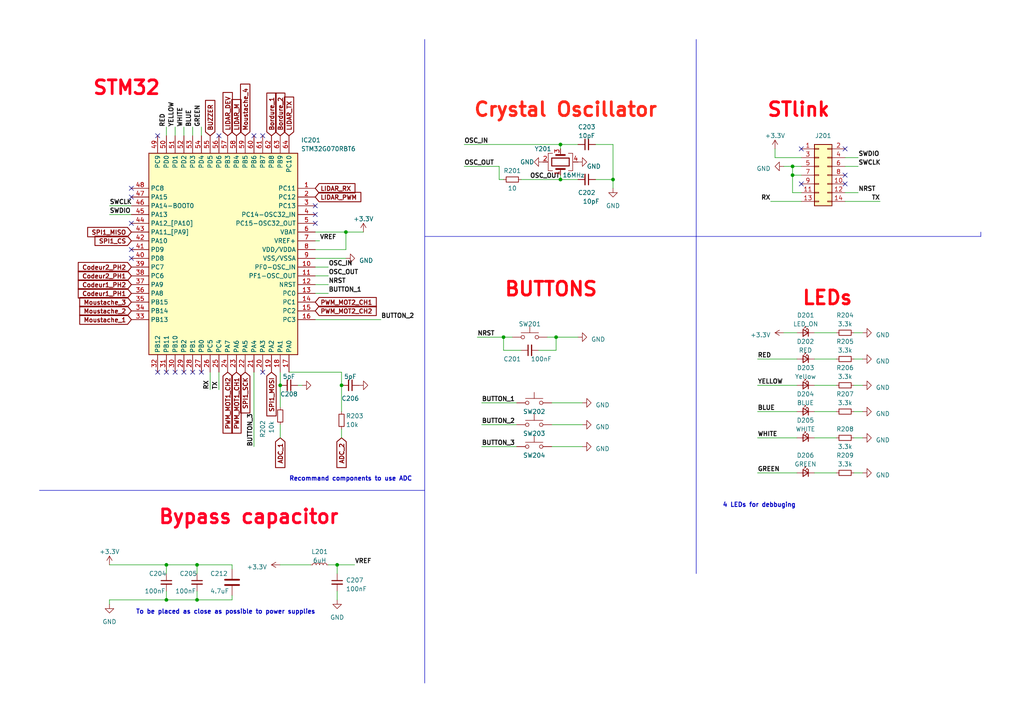
<source format=kicad_sch>
(kicad_sch (version 20230121) (generator eeschema)

  (uuid 8abda904-df56-46c8-a089-72afb6552f77)

  (paper "A4")

  (title_block
    (title "Carte éléctronique Ludzinator")
    (date "2023-09-19")
    (rev "GILLES Baptiste")
  )

  (lib_symbols
    (symbol "Connector_Generic:Conn_02x07_Odd_Even" (pin_names (offset 1.016) hide) (in_bom yes) (on_board yes)
      (property "Reference" "J" (at 1.27 10.16 0)
        (effects (font (size 1.27 1.27)))
      )
      (property "Value" "Conn_02x07_Odd_Even" (at 1.27 -10.16 0)
        (effects (font (size 1.27 1.27)))
      )
      (property "Footprint" "" (at 0 0 0)
        (effects (font (size 1.27 1.27)) hide)
      )
      (property "Datasheet" "~" (at 0 0 0)
        (effects (font (size 1.27 1.27)) hide)
      )
      (property "ki_keywords" "connector" (at 0 0 0)
        (effects (font (size 1.27 1.27)) hide)
      )
      (property "ki_description" "Generic connector, double row, 02x07, odd/even pin numbering scheme (row 1 odd numbers, row 2 even numbers), script generated (kicad-library-utils/schlib/autogen/connector/)" (at 0 0 0)
        (effects (font (size 1.27 1.27)) hide)
      )
      (property "ki_fp_filters" "Connector*:*_2x??_*" (at 0 0 0)
        (effects (font (size 1.27 1.27)) hide)
      )
      (symbol "Conn_02x07_Odd_Even_1_1"
        (rectangle (start -1.27 -7.493) (end 0 -7.747)
          (stroke (width 0.1524) (type default))
          (fill (type none))
        )
        (rectangle (start -1.27 -4.953) (end 0 -5.207)
          (stroke (width 0.1524) (type default))
          (fill (type none))
        )
        (rectangle (start -1.27 -2.413) (end 0 -2.667)
          (stroke (width 0.1524) (type default))
          (fill (type none))
        )
        (rectangle (start -1.27 0.127) (end 0 -0.127)
          (stroke (width 0.1524) (type default))
          (fill (type none))
        )
        (rectangle (start -1.27 2.667) (end 0 2.413)
          (stroke (width 0.1524) (type default))
          (fill (type none))
        )
        (rectangle (start -1.27 5.207) (end 0 4.953)
          (stroke (width 0.1524) (type default))
          (fill (type none))
        )
        (rectangle (start -1.27 7.747) (end 0 7.493)
          (stroke (width 0.1524) (type default))
          (fill (type none))
        )
        (rectangle (start -1.27 8.89) (end 3.81 -8.89)
          (stroke (width 0.254) (type default))
          (fill (type background))
        )
        (rectangle (start 3.81 -7.493) (end 2.54 -7.747)
          (stroke (width 0.1524) (type default))
          (fill (type none))
        )
        (rectangle (start 3.81 -4.953) (end 2.54 -5.207)
          (stroke (width 0.1524) (type default))
          (fill (type none))
        )
        (rectangle (start 3.81 -2.413) (end 2.54 -2.667)
          (stroke (width 0.1524) (type default))
          (fill (type none))
        )
        (rectangle (start 3.81 0.127) (end 2.54 -0.127)
          (stroke (width 0.1524) (type default))
          (fill (type none))
        )
        (rectangle (start 3.81 2.667) (end 2.54 2.413)
          (stroke (width 0.1524) (type default))
          (fill (type none))
        )
        (rectangle (start 3.81 5.207) (end 2.54 4.953)
          (stroke (width 0.1524) (type default))
          (fill (type none))
        )
        (rectangle (start 3.81 7.747) (end 2.54 7.493)
          (stroke (width 0.1524) (type default))
          (fill (type none))
        )
        (pin passive line (at -5.08 7.62 0) (length 3.81)
          (name "Pin_1" (effects (font (size 1.27 1.27))))
          (number "1" (effects (font (size 1.27 1.27))))
        )
        (pin passive line (at 7.62 -2.54 180) (length 3.81)
          (name "Pin_10" (effects (font (size 1.27 1.27))))
          (number "10" (effects (font (size 1.27 1.27))))
        )
        (pin passive line (at -5.08 -5.08 0) (length 3.81)
          (name "Pin_11" (effects (font (size 1.27 1.27))))
          (number "11" (effects (font (size 1.27 1.27))))
        )
        (pin passive line (at 7.62 -5.08 180) (length 3.81)
          (name "Pin_12" (effects (font (size 1.27 1.27))))
          (number "12" (effects (font (size 1.27 1.27))))
        )
        (pin passive line (at -5.08 -7.62 0) (length 3.81)
          (name "Pin_13" (effects (font (size 1.27 1.27))))
          (number "13" (effects (font (size 1.27 1.27))))
        )
        (pin passive line (at 7.62 -7.62 180) (length 3.81)
          (name "Pin_14" (effects (font (size 1.27 1.27))))
          (number "14" (effects (font (size 1.27 1.27))))
        )
        (pin passive line (at 7.62 7.62 180) (length 3.81)
          (name "Pin_2" (effects (font (size 1.27 1.27))))
          (number "2" (effects (font (size 1.27 1.27))))
        )
        (pin passive line (at -5.08 5.08 0) (length 3.81)
          (name "Pin_3" (effects (font (size 1.27 1.27))))
          (number "3" (effects (font (size 1.27 1.27))))
        )
        (pin passive line (at 7.62 5.08 180) (length 3.81)
          (name "Pin_4" (effects (font (size 1.27 1.27))))
          (number "4" (effects (font (size 1.27 1.27))))
        )
        (pin passive line (at -5.08 2.54 0) (length 3.81)
          (name "Pin_5" (effects (font (size 1.27 1.27))))
          (number "5" (effects (font (size 1.27 1.27))))
        )
        (pin passive line (at 7.62 2.54 180) (length 3.81)
          (name "Pin_6" (effects (font (size 1.27 1.27))))
          (number "6" (effects (font (size 1.27 1.27))))
        )
        (pin passive line (at -5.08 0 0) (length 3.81)
          (name "Pin_7" (effects (font (size 1.27 1.27))))
          (number "7" (effects (font (size 1.27 1.27))))
        )
        (pin passive line (at 7.62 0 180) (length 3.81)
          (name "Pin_8" (effects (font (size 1.27 1.27))))
          (number "8" (effects (font (size 1.27 1.27))))
        )
        (pin passive line (at -5.08 -2.54 0) (length 3.81)
          (name "Pin_9" (effects (font (size 1.27 1.27))))
          (number "9" (effects (font (size 1.27 1.27))))
        )
      )
    )
    (symbol "Device:C" (pin_numbers hide) (pin_names (offset 0.254)) (in_bom yes) (on_board yes)
      (property "Reference" "C" (at 0.635 2.54 0)
        (effects (font (size 1.27 1.27)) (justify left))
      )
      (property "Value" "C" (at 0.635 -2.54 0)
        (effects (font (size 1.27 1.27)) (justify left))
      )
      (property "Footprint" "" (at 0.9652 -3.81 0)
        (effects (font (size 1.27 1.27)) hide)
      )
      (property "Datasheet" "~" (at 0 0 0)
        (effects (font (size 1.27 1.27)) hide)
      )
      (property "ki_keywords" "cap capacitor" (at 0 0 0)
        (effects (font (size 1.27 1.27)) hide)
      )
      (property "ki_description" "Unpolarized capacitor" (at 0 0 0)
        (effects (font (size 1.27 1.27)) hide)
      )
      (property "ki_fp_filters" "C_*" (at 0 0 0)
        (effects (font (size 1.27 1.27)) hide)
      )
      (symbol "C_0_1"
        (polyline
          (pts
            (xy -2.032 -0.762)
            (xy 2.032 -0.762)
          )
          (stroke (width 0.508) (type default))
          (fill (type none))
        )
        (polyline
          (pts
            (xy -2.032 0.762)
            (xy 2.032 0.762)
          )
          (stroke (width 0.508) (type default))
          (fill (type none))
        )
      )
      (symbol "C_1_1"
        (pin passive line (at 0 3.81 270) (length 2.794)
          (name "~" (effects (font (size 1.27 1.27))))
          (number "1" (effects (font (size 1.27 1.27))))
        )
        (pin passive line (at 0 -3.81 90) (length 2.794)
          (name "~" (effects (font (size 1.27 1.27))))
          (number "2" (effects (font (size 1.27 1.27))))
        )
      )
    )
    (symbol "Device:C_Small" (pin_numbers hide) (pin_names (offset 0.254) hide) (in_bom yes) (on_board yes)
      (property "Reference" "C" (at 0.254 1.778 0)
        (effects (font (size 1.27 1.27)) (justify left))
      )
      (property "Value" "C_Small" (at 0.254 -2.032 0)
        (effects (font (size 1.27 1.27)) (justify left))
      )
      (property "Footprint" "" (at 0 0 0)
        (effects (font (size 1.27 1.27)) hide)
      )
      (property "Datasheet" "~" (at 0 0 0)
        (effects (font (size 1.27 1.27)) hide)
      )
      (property "ki_keywords" "capacitor cap" (at 0 0 0)
        (effects (font (size 1.27 1.27)) hide)
      )
      (property "ki_description" "Unpolarized capacitor, small symbol" (at 0 0 0)
        (effects (font (size 1.27 1.27)) hide)
      )
      (property "ki_fp_filters" "C_*" (at 0 0 0)
        (effects (font (size 1.27 1.27)) hide)
      )
      (symbol "C_Small_0_1"
        (polyline
          (pts
            (xy -1.524 -0.508)
            (xy 1.524 -0.508)
          )
          (stroke (width 0.3302) (type default))
          (fill (type none))
        )
        (polyline
          (pts
            (xy -1.524 0.508)
            (xy 1.524 0.508)
          )
          (stroke (width 0.3048) (type default))
          (fill (type none))
        )
      )
      (symbol "C_Small_1_1"
        (pin passive line (at 0 2.54 270) (length 2.032)
          (name "~" (effects (font (size 1.27 1.27))))
          (number "1" (effects (font (size 1.27 1.27))))
        )
        (pin passive line (at 0 -2.54 90) (length 2.032)
          (name "~" (effects (font (size 1.27 1.27))))
          (number "2" (effects (font (size 1.27 1.27))))
        )
      )
    )
    (symbol "Device:Crystal_GND24" (pin_names (offset 1.016) hide) (in_bom yes) (on_board yes)
      (property "Reference" "Y" (at 3.175 5.08 0)
        (effects (font (size 1.27 1.27)) (justify left))
      )
      (property "Value" "Crystal_GND24" (at 3.175 3.175 0)
        (effects (font (size 1.27 1.27)) (justify left))
      )
      (property "Footprint" "" (at 0 0 0)
        (effects (font (size 1.27 1.27)) hide)
      )
      (property "Datasheet" "~" (at 0 0 0)
        (effects (font (size 1.27 1.27)) hide)
      )
      (property "ki_keywords" "quartz ceramic resonator oscillator" (at 0 0 0)
        (effects (font (size 1.27 1.27)) hide)
      )
      (property "ki_description" "Four pin crystal, GND on pins 2 and 4" (at 0 0 0)
        (effects (font (size 1.27 1.27)) hide)
      )
      (property "ki_fp_filters" "Crystal*" (at 0 0 0)
        (effects (font (size 1.27 1.27)) hide)
      )
      (symbol "Crystal_GND24_0_1"
        (rectangle (start -1.143 2.54) (end 1.143 -2.54)
          (stroke (width 0.3048) (type default))
          (fill (type none))
        )
        (polyline
          (pts
            (xy -2.54 0)
            (xy -2.032 0)
          )
          (stroke (width 0) (type default))
          (fill (type none))
        )
        (polyline
          (pts
            (xy -2.032 -1.27)
            (xy -2.032 1.27)
          )
          (stroke (width 0.508) (type default))
          (fill (type none))
        )
        (polyline
          (pts
            (xy 0 -3.81)
            (xy 0 -3.556)
          )
          (stroke (width 0) (type default))
          (fill (type none))
        )
        (polyline
          (pts
            (xy 0 3.556)
            (xy 0 3.81)
          )
          (stroke (width 0) (type default))
          (fill (type none))
        )
        (polyline
          (pts
            (xy 2.032 -1.27)
            (xy 2.032 1.27)
          )
          (stroke (width 0.508) (type default))
          (fill (type none))
        )
        (polyline
          (pts
            (xy 2.032 0)
            (xy 2.54 0)
          )
          (stroke (width 0) (type default))
          (fill (type none))
        )
        (polyline
          (pts
            (xy -2.54 -2.286)
            (xy -2.54 -3.556)
            (xy 2.54 -3.556)
            (xy 2.54 -2.286)
          )
          (stroke (width 0) (type default))
          (fill (type none))
        )
        (polyline
          (pts
            (xy -2.54 2.286)
            (xy -2.54 3.556)
            (xy 2.54 3.556)
            (xy 2.54 2.286)
          )
          (stroke (width 0) (type default))
          (fill (type none))
        )
      )
      (symbol "Crystal_GND24_1_1"
        (pin passive line (at -3.81 0 0) (length 1.27)
          (name "1" (effects (font (size 1.27 1.27))))
          (number "1" (effects (font (size 1.27 1.27))))
        )
        (pin passive line (at 0 5.08 270) (length 1.27)
          (name "2" (effects (font (size 1.27 1.27))))
          (number "2" (effects (font (size 1.27 1.27))))
        )
        (pin passive line (at 3.81 0 180) (length 1.27)
          (name "3" (effects (font (size 1.27 1.27))))
          (number "3" (effects (font (size 1.27 1.27))))
        )
        (pin passive line (at 0 -5.08 90) (length 1.27)
          (name "4" (effects (font (size 1.27 1.27))))
          (number "4" (effects (font (size 1.27 1.27))))
        )
      )
    )
    (symbol "Device:LED_Small" (pin_numbers hide) (pin_names (offset 0.254) hide) (in_bom yes) (on_board yes)
      (property "Reference" "D" (at -1.27 3.175 0)
        (effects (font (size 1.27 1.27)) (justify left))
      )
      (property "Value" "LED_Small" (at -4.445 -2.54 0)
        (effects (font (size 1.27 1.27)) (justify left))
      )
      (property "Footprint" "" (at 0 0 90)
        (effects (font (size 1.27 1.27)) hide)
      )
      (property "Datasheet" "~" (at 0 0 90)
        (effects (font (size 1.27 1.27)) hide)
      )
      (property "ki_keywords" "LED diode light-emitting-diode" (at 0 0 0)
        (effects (font (size 1.27 1.27)) hide)
      )
      (property "ki_description" "Light emitting diode, small symbol" (at 0 0 0)
        (effects (font (size 1.27 1.27)) hide)
      )
      (property "ki_fp_filters" "LED* LED_SMD:* LED_THT:*" (at 0 0 0)
        (effects (font (size 1.27 1.27)) hide)
      )
      (symbol "LED_Small_0_1"
        (polyline
          (pts
            (xy -0.762 -1.016)
            (xy -0.762 1.016)
          )
          (stroke (width 0.254) (type default))
          (fill (type none))
        )
        (polyline
          (pts
            (xy 1.016 0)
            (xy -0.762 0)
          )
          (stroke (width 0) (type default))
          (fill (type none))
        )
        (polyline
          (pts
            (xy 0.762 -1.016)
            (xy -0.762 0)
            (xy 0.762 1.016)
            (xy 0.762 -1.016)
          )
          (stroke (width 0.254) (type default))
          (fill (type none))
        )
        (polyline
          (pts
            (xy 0 0.762)
            (xy -0.508 1.27)
            (xy -0.254 1.27)
            (xy -0.508 1.27)
            (xy -0.508 1.016)
          )
          (stroke (width 0) (type default))
          (fill (type none))
        )
        (polyline
          (pts
            (xy 0.508 1.27)
            (xy 0 1.778)
            (xy 0.254 1.778)
            (xy 0 1.778)
            (xy 0 1.524)
          )
          (stroke (width 0) (type default))
          (fill (type none))
        )
      )
      (symbol "LED_Small_1_1"
        (pin passive line (at -2.54 0 0) (length 1.778)
          (name "K" (effects (font (size 1.27 1.27))))
          (number "1" (effects (font (size 1.27 1.27))))
        )
        (pin passive line (at 2.54 0 180) (length 1.778)
          (name "A" (effects (font (size 1.27 1.27))))
          (number "2" (effects (font (size 1.27 1.27))))
        )
      )
    )
    (symbol "Device:L_Small" (pin_numbers hide) (pin_names (offset 0.254) hide) (in_bom yes) (on_board yes)
      (property "Reference" "L" (at 0.762 1.016 0)
        (effects (font (size 1.27 1.27)) (justify left))
      )
      (property "Value" "L_Small" (at 0.762 -1.016 0)
        (effects (font (size 1.27 1.27)) (justify left))
      )
      (property "Footprint" "" (at 0 0 0)
        (effects (font (size 1.27 1.27)) hide)
      )
      (property "Datasheet" "~" (at 0 0 0)
        (effects (font (size 1.27 1.27)) hide)
      )
      (property "ki_keywords" "inductor choke coil reactor magnetic" (at 0 0 0)
        (effects (font (size 1.27 1.27)) hide)
      )
      (property "ki_description" "Inductor, small symbol" (at 0 0 0)
        (effects (font (size 1.27 1.27)) hide)
      )
      (property "ki_fp_filters" "Choke_* *Coil* Inductor_* L_*" (at 0 0 0)
        (effects (font (size 1.27 1.27)) hide)
      )
      (symbol "L_Small_0_1"
        (arc (start 0 -2.032) (mid 0.5058 -1.524) (end 0 -1.016)
          (stroke (width 0) (type default))
          (fill (type none))
        )
        (arc (start 0 -1.016) (mid 0.5058 -0.508) (end 0 0)
          (stroke (width 0) (type default))
          (fill (type none))
        )
        (arc (start 0 0) (mid 0.5058 0.508) (end 0 1.016)
          (stroke (width 0) (type default))
          (fill (type none))
        )
        (arc (start 0 1.016) (mid 0.5058 1.524) (end 0 2.032)
          (stroke (width 0) (type default))
          (fill (type none))
        )
      )
      (symbol "L_Small_1_1"
        (pin passive line (at 0 2.54 270) (length 0.508)
          (name "~" (effects (font (size 1.27 1.27))))
          (number "1" (effects (font (size 1.27 1.27))))
        )
        (pin passive line (at 0 -2.54 90) (length 0.508)
          (name "~" (effects (font (size 1.27 1.27))))
          (number "2" (effects (font (size 1.27 1.27))))
        )
      )
    )
    (symbol "Device:R_Small" (pin_numbers hide) (pin_names (offset 0.254) hide) (in_bom yes) (on_board yes)
      (property "Reference" "R" (at 0.762 0.508 0)
        (effects (font (size 1.27 1.27)) (justify left))
      )
      (property "Value" "R_Small" (at 0.762 -1.016 0)
        (effects (font (size 1.27 1.27)) (justify left))
      )
      (property "Footprint" "" (at 0 0 0)
        (effects (font (size 1.27 1.27)) hide)
      )
      (property "Datasheet" "~" (at 0 0 0)
        (effects (font (size 1.27 1.27)) hide)
      )
      (property "ki_keywords" "R resistor" (at 0 0 0)
        (effects (font (size 1.27 1.27)) hide)
      )
      (property "ki_description" "Resistor, small symbol" (at 0 0 0)
        (effects (font (size 1.27 1.27)) hide)
      )
      (property "ki_fp_filters" "R_*" (at 0 0 0)
        (effects (font (size 1.27 1.27)) hide)
      )
      (symbol "R_Small_0_1"
        (rectangle (start -0.762 1.778) (end 0.762 -1.778)
          (stroke (width 0.2032) (type default))
          (fill (type none))
        )
      )
      (symbol "R_Small_1_1"
        (pin passive line (at 0 2.54 270) (length 0.762)
          (name "~" (effects (font (size 1.27 1.27))))
          (number "1" (effects (font (size 1.27 1.27))))
        )
        (pin passive line (at 0 -2.54 90) (length 0.762)
          (name "~" (effects (font (size 1.27 1.27))))
          (number "2" (effects (font (size 1.27 1.27))))
        )
      )
    )
    (symbol "Ludzlib:STM32G070RBT6" (in_bom yes) (on_board yes)
      (property "Reference" "IC" (at 49.53 15.24 0)
        (effects (font (size 1.27 1.27)) (justify left top))
      )
      (property "Value" "STM32G070RBT6" (at 49.53 12.7 0)
        (effects (font (size 1.27 1.27)) (justify left top))
      )
      (property "Footprint" "QFP50P1200X1200X160-64N" (at 49.53 -87.3 0)
        (effects (font (size 1.27 1.27)) (justify left top) hide)
      )
      (property "Datasheet" "https://componentsearchengine.com/Datasheets/1/STM32G070RBT6.pdf" (at 49.53 -187.3 0)
        (effects (font (size 1.27 1.27)) (justify left top) hide)
      )
      (property "Height" "1.6" (at 49.53 -387.3 0)
        (effects (font (size 1.27 1.27)) (justify left top) hide)
      )
      (property "Mouser Part Number" "511-STM32G070RBT6" (at 49.53 -487.3 0)
        (effects (font (size 1.27 1.27)) (justify left top) hide)
      )
      (property "Mouser Price/Stock" "https://www.mouser.co.uk/ProductDetail/STMicroelectronics/STM32G070RBT6?qs=l7cgNqFNU1g2MF3TqxTHUQ%3D%3D" (at 49.53 -587.3 0)
        (effects (font (size 1.27 1.27)) (justify left top) hide)
      )
      (property "Manufacturer_Name" "STMicroelectronics" (at 49.53 -687.3 0)
        (effects (font (size 1.27 1.27)) (justify left top) hide)
      )
      (property "Manufacturer_Part_Number" "STM32G070RBT6" (at 49.53 -787.3 0)
        (effects (font (size 1.27 1.27)) (justify left top) hide)
      )
      (property "ki_description" "ARM Microcontrollers - MCU Arm Cortex -M0+ 32-bit MCU, 128 KB Flash, 36 KB RAM, 4x USART, timers, ADC, comm. I/Fs, 2.0-3.6V" (at 0 0 0)
        (effects (font (size 1.27 1.27)) hide)
      )
      (symbol "STM32G070RBT6_1_1"
        (rectangle (start 5.08 10.16) (end 48.26 -48.26)
          (stroke (width 0.254) (type default))
          (fill (type background))
        )
        (pin passive line (at 0 0 0) (length 5.08)
          (name "PC11" (effects (font (size 1.27 1.27))))
          (number "1" (effects (font (size 1.27 1.27))))
        )
        (pin passive line (at 0 -22.86 0) (length 5.08)
          (name "PF0-OSC_IN" (effects (font (size 1.27 1.27))))
          (number "10" (effects (font (size 1.27 1.27))))
        )
        (pin passive line (at 0 -25.4 0) (length 5.08)
          (name "PF1-OSC_OUT" (effects (font (size 1.27 1.27))))
          (number "11" (effects (font (size 1.27 1.27))))
        )
        (pin passive line (at 0 -27.94 0) (length 5.08)
          (name "NRST" (effects (font (size 1.27 1.27))))
          (number "12" (effects (font (size 1.27 1.27))))
        )
        (pin passive line (at 0 -30.48 0) (length 5.08)
          (name "PC0" (effects (font (size 1.27 1.27))))
          (number "13" (effects (font (size 1.27 1.27))))
        )
        (pin passive line (at 0 -33.02 0) (length 5.08)
          (name "PC1" (effects (font (size 1.27 1.27))))
          (number "14" (effects (font (size 1.27 1.27))))
        )
        (pin passive line (at 0 -35.56 0) (length 5.08)
          (name "PC2" (effects (font (size 1.27 1.27))))
          (number "15" (effects (font (size 1.27 1.27))))
        )
        (pin passive line (at 0 -38.1 0) (length 5.08)
          (name "PC3" (effects (font (size 1.27 1.27))))
          (number "16" (effects (font (size 1.27 1.27))))
        )
        (pin passive line (at 7.62 -53.34 90) (length 5.08)
          (name "PA0" (effects (font (size 1.27 1.27))))
          (number "17" (effects (font (size 1.27 1.27))))
        )
        (pin passive line (at 10.16 -53.34 90) (length 5.08)
          (name "PA1" (effects (font (size 1.27 1.27))))
          (number "18" (effects (font (size 1.27 1.27))))
        )
        (pin passive line (at 12.7 -53.34 90) (length 5.08)
          (name "PA2" (effects (font (size 1.27 1.27))))
          (number "19" (effects (font (size 1.27 1.27))))
        )
        (pin passive line (at 0 -2.54 0) (length 5.08)
          (name "PC12" (effects (font (size 1.27 1.27))))
          (number "2" (effects (font (size 1.27 1.27))))
        )
        (pin passive line (at 15.24 -53.34 90) (length 5.08)
          (name "PA3" (effects (font (size 1.27 1.27))))
          (number "20" (effects (font (size 1.27 1.27))))
        )
        (pin passive line (at 17.78 -53.34 90) (length 5.08)
          (name "PA4" (effects (font (size 1.27 1.27))))
          (number "21" (effects (font (size 1.27 1.27))))
        )
        (pin passive line (at 20.32 -53.34 90) (length 5.08)
          (name "PA5" (effects (font (size 1.27 1.27))))
          (number "22" (effects (font (size 1.27 1.27))))
        )
        (pin passive line (at 22.86 -53.34 90) (length 5.08)
          (name "PA6" (effects (font (size 1.27 1.27))))
          (number "23" (effects (font (size 1.27 1.27))))
        )
        (pin passive line (at 25.4 -53.34 90) (length 5.08)
          (name "PA7" (effects (font (size 1.27 1.27))))
          (number "24" (effects (font (size 1.27 1.27))))
        )
        (pin passive line (at 27.94 -53.34 90) (length 5.08)
          (name "PC4" (effects (font (size 1.27 1.27))))
          (number "25" (effects (font (size 1.27 1.27))))
        )
        (pin passive line (at 30.48 -53.34 90) (length 5.08)
          (name "PC5" (effects (font (size 1.27 1.27))))
          (number "26" (effects (font (size 1.27 1.27))))
        )
        (pin passive line (at 33.02 -53.34 90) (length 5.08)
          (name "PB0" (effects (font (size 1.27 1.27))))
          (number "27" (effects (font (size 1.27 1.27))))
        )
        (pin passive line (at 35.56 -53.34 90) (length 5.08)
          (name "PB1" (effects (font (size 1.27 1.27))))
          (number "28" (effects (font (size 1.27 1.27))))
        )
        (pin passive line (at 38.1 -53.34 90) (length 5.08)
          (name "PB2" (effects (font (size 1.27 1.27))))
          (number "29" (effects (font (size 1.27 1.27))))
        )
        (pin passive line (at 0 -5.08 0) (length 5.08)
          (name "PC13" (effects (font (size 1.27 1.27))))
          (number "3" (effects (font (size 1.27 1.27))))
        )
        (pin passive line (at 40.64 -53.34 90) (length 5.08)
          (name "PB10" (effects (font (size 1.27 1.27))))
          (number "30" (effects (font (size 1.27 1.27))))
        )
        (pin passive line (at 43.18 -53.34 90) (length 5.08)
          (name "PB11" (effects (font (size 1.27 1.27))))
          (number "31" (effects (font (size 1.27 1.27))))
        )
        (pin passive line (at 45.72 -53.34 90) (length 5.08)
          (name "PB12" (effects (font (size 1.27 1.27))))
          (number "32" (effects (font (size 1.27 1.27))))
        )
        (pin passive line (at 53.34 -38.1 180) (length 5.08)
          (name "PB13" (effects (font (size 1.27 1.27))))
          (number "33" (effects (font (size 1.27 1.27))))
        )
        (pin passive line (at 53.34 -35.56 180) (length 5.08)
          (name "PB14" (effects (font (size 1.27 1.27))))
          (number "34" (effects (font (size 1.27 1.27))))
        )
        (pin passive line (at 53.34 -33.02 180) (length 5.08)
          (name "PB15" (effects (font (size 1.27 1.27))))
          (number "35" (effects (font (size 1.27 1.27))))
        )
        (pin passive line (at 53.34 -30.48 180) (length 5.08)
          (name "PA8" (effects (font (size 1.27 1.27))))
          (number "36" (effects (font (size 1.27 1.27))))
        )
        (pin passive line (at 53.34 -27.94 180) (length 5.08)
          (name "PA9" (effects (font (size 1.27 1.27))))
          (number "37" (effects (font (size 1.27 1.27))))
        )
        (pin passive line (at 53.34 -25.4 180) (length 5.08)
          (name "PC6" (effects (font (size 1.27 1.27))))
          (number "38" (effects (font (size 1.27 1.27))))
        )
        (pin passive line (at 53.34 -22.86 180) (length 5.08)
          (name "PC7" (effects (font (size 1.27 1.27))))
          (number "39" (effects (font (size 1.27 1.27))))
        )
        (pin passive line (at 0 -7.62 0) (length 5.08)
          (name "PC14-OSC32_IN" (effects (font (size 1.27 1.27))))
          (number "4" (effects (font (size 1.27 1.27))))
        )
        (pin passive line (at 53.34 -20.32 180) (length 5.08)
          (name "PD8" (effects (font (size 1.27 1.27))))
          (number "40" (effects (font (size 1.27 1.27))))
        )
        (pin passive line (at 53.34 -17.78 180) (length 5.08)
          (name "PD9" (effects (font (size 1.27 1.27))))
          (number "41" (effects (font (size 1.27 1.27))))
        )
        (pin passive line (at 53.34 -15.24 180) (length 5.08)
          (name "PA10" (effects (font (size 1.27 1.27))))
          (number "42" (effects (font (size 1.27 1.27))))
        )
        (pin passive line (at 53.34 -12.7 180) (length 5.08)
          (name "PA11_[PA9]" (effects (font (size 1.27 1.27))))
          (number "43" (effects (font (size 1.27 1.27))))
        )
        (pin passive line (at 53.34 -10.16 180) (length 5.08)
          (name "PA12_[PA10]" (effects (font (size 1.27 1.27))))
          (number "44" (effects (font (size 1.27 1.27))))
        )
        (pin passive line (at 53.34 -7.62 180) (length 5.08)
          (name "PA13" (effects (font (size 1.27 1.27))))
          (number "45" (effects (font (size 1.27 1.27))))
        )
        (pin passive line (at 53.34 -5.08 180) (length 5.08)
          (name "PA14-BOOT0" (effects (font (size 1.27 1.27))))
          (number "46" (effects (font (size 1.27 1.27))))
        )
        (pin passive line (at 53.34 -2.54 180) (length 5.08)
          (name "PA15" (effects (font (size 1.27 1.27))))
          (number "47" (effects (font (size 1.27 1.27))))
        )
        (pin passive line (at 53.34 0 180) (length 5.08)
          (name "PC8" (effects (font (size 1.27 1.27))))
          (number "48" (effects (font (size 1.27 1.27))))
        )
        (pin passive line (at 45.72 15.24 270) (length 5.08)
          (name "PC9" (effects (font (size 1.27 1.27))))
          (number "49" (effects (font (size 1.27 1.27))))
        )
        (pin passive line (at 0 -10.16 0) (length 5.08)
          (name "PC15-OSC32_OUT" (effects (font (size 1.27 1.27))))
          (number "5" (effects (font (size 1.27 1.27))))
        )
        (pin passive line (at 43.18 15.24 270) (length 5.08)
          (name "PD0" (effects (font (size 1.27 1.27))))
          (number "50" (effects (font (size 1.27 1.27))))
        )
        (pin passive line (at 40.64 15.24 270) (length 5.08)
          (name "PD1" (effects (font (size 1.27 1.27))))
          (number "51" (effects (font (size 1.27 1.27))))
        )
        (pin passive line (at 38.1 15.24 270) (length 5.08)
          (name "PD2" (effects (font (size 1.27 1.27))))
          (number "52" (effects (font (size 1.27 1.27))))
        )
        (pin passive line (at 35.56 15.24 270) (length 5.08)
          (name "PD3" (effects (font (size 1.27 1.27))))
          (number "53" (effects (font (size 1.27 1.27))))
        )
        (pin passive line (at 33.02 15.24 270) (length 5.08)
          (name "PD4" (effects (font (size 1.27 1.27))))
          (number "54" (effects (font (size 1.27 1.27))))
        )
        (pin passive line (at 30.48 15.24 270) (length 5.08)
          (name "PD5" (effects (font (size 1.27 1.27))))
          (number "55" (effects (font (size 1.27 1.27))))
        )
        (pin passive line (at 27.94 15.24 270) (length 5.08)
          (name "PD6" (effects (font (size 1.27 1.27))))
          (number "56" (effects (font (size 1.27 1.27))))
        )
        (pin passive line (at 25.4 15.24 270) (length 5.08)
          (name "PB3" (effects (font (size 1.27 1.27))))
          (number "57" (effects (font (size 1.27 1.27))))
        )
        (pin passive line (at 22.86 15.24 270) (length 5.08)
          (name "PB4" (effects (font (size 1.27 1.27))))
          (number "58" (effects (font (size 1.27 1.27))))
        )
        (pin passive line (at 20.32 15.24 270) (length 5.08)
          (name "PB5" (effects (font (size 1.27 1.27))))
          (number "59" (effects (font (size 1.27 1.27))))
        )
        (pin passive line (at 0 -12.7 0) (length 5.08)
          (name "VBAT" (effects (font (size 1.27 1.27))))
          (number "6" (effects (font (size 1.27 1.27))))
        )
        (pin passive line (at 17.78 15.24 270) (length 5.08)
          (name "PB6" (effects (font (size 1.27 1.27))))
          (number "60" (effects (font (size 1.27 1.27))))
        )
        (pin passive line (at 15.24 15.24 270) (length 5.08)
          (name "PB7" (effects (font (size 1.27 1.27))))
          (number "61" (effects (font (size 1.27 1.27))))
        )
        (pin passive line (at 12.7 15.24 270) (length 5.08)
          (name "PB8" (effects (font (size 1.27 1.27))))
          (number "62" (effects (font (size 1.27 1.27))))
        )
        (pin passive line (at 10.16 15.24 270) (length 5.08)
          (name "PB9" (effects (font (size 1.27 1.27))))
          (number "63" (effects (font (size 1.27 1.27))))
        )
        (pin passive line (at 7.62 15.24 270) (length 5.08)
          (name "PC10" (effects (font (size 1.27 1.27))))
          (number "64" (effects (font (size 1.27 1.27))))
        )
        (pin passive line (at 0 -15.24 0) (length 5.08)
          (name "VREF+" (effects (font (size 1.27 1.27))))
          (number "7" (effects (font (size 1.27 1.27))))
        )
        (pin passive line (at 0 -17.78 0) (length 5.08)
          (name "VDD/VDDA" (effects (font (size 1.27 1.27))))
          (number "8" (effects (font (size 1.27 1.27))))
        )
        (pin passive line (at 0 -20.32 0) (length 5.08)
          (name "VSS/VSSA" (effects (font (size 1.27 1.27))))
          (number "9" (effects (font (size 1.27 1.27))))
        )
      )
    )
    (symbol "Switch:SW_Push" (pin_numbers hide) (pin_names (offset 1.016) hide) (in_bom yes) (on_board yes)
      (property "Reference" "SW" (at 1.27 2.54 0)
        (effects (font (size 1.27 1.27)) (justify left))
      )
      (property "Value" "SW_Push" (at 0 -1.524 0)
        (effects (font (size 1.27 1.27)))
      )
      (property "Footprint" "" (at 0 5.08 0)
        (effects (font (size 1.27 1.27)) hide)
      )
      (property "Datasheet" "~" (at 0 5.08 0)
        (effects (font (size 1.27 1.27)) hide)
      )
      (property "ki_keywords" "switch normally-open pushbutton push-button" (at 0 0 0)
        (effects (font (size 1.27 1.27)) hide)
      )
      (property "ki_description" "Push button switch, generic, two pins" (at 0 0 0)
        (effects (font (size 1.27 1.27)) hide)
      )
      (symbol "SW_Push_0_1"
        (circle (center -2.032 0) (radius 0.508)
          (stroke (width 0) (type default))
          (fill (type none))
        )
        (polyline
          (pts
            (xy 0 1.27)
            (xy 0 3.048)
          )
          (stroke (width 0) (type default))
          (fill (type none))
        )
        (polyline
          (pts
            (xy 2.54 1.27)
            (xy -2.54 1.27)
          )
          (stroke (width 0) (type default))
          (fill (type none))
        )
        (circle (center 2.032 0) (radius 0.508)
          (stroke (width 0) (type default))
          (fill (type none))
        )
        (pin passive line (at -5.08 0 0) (length 2.54)
          (name "1" (effects (font (size 1.27 1.27))))
          (number "1" (effects (font (size 1.27 1.27))))
        )
        (pin passive line (at 5.08 0 180) (length 2.54)
          (name "2" (effects (font (size 1.27 1.27))))
          (number "2" (effects (font (size 1.27 1.27))))
        )
      )
    )
    (symbol "power:+3.3V" (power) (pin_names (offset 0)) (in_bom yes) (on_board yes)
      (property "Reference" "#PWR" (at 0 -3.81 0)
        (effects (font (size 1.27 1.27)) hide)
      )
      (property "Value" "+3.3V" (at 0 3.556 0)
        (effects (font (size 1.27 1.27)))
      )
      (property "Footprint" "" (at 0 0 0)
        (effects (font (size 1.27 1.27)) hide)
      )
      (property "Datasheet" "" (at 0 0 0)
        (effects (font (size 1.27 1.27)) hide)
      )
      (property "ki_keywords" "global power" (at 0 0 0)
        (effects (font (size 1.27 1.27)) hide)
      )
      (property "ki_description" "Power symbol creates a global label with name \"+3.3V\"" (at 0 0 0)
        (effects (font (size 1.27 1.27)) hide)
      )
      (symbol "+3.3V_0_1"
        (polyline
          (pts
            (xy -0.762 1.27)
            (xy 0 2.54)
          )
          (stroke (width 0) (type default))
          (fill (type none))
        )
        (polyline
          (pts
            (xy 0 0)
            (xy 0 2.54)
          )
          (stroke (width 0) (type default))
          (fill (type none))
        )
        (polyline
          (pts
            (xy 0 2.54)
            (xy 0.762 1.27)
          )
          (stroke (width 0) (type default))
          (fill (type none))
        )
      )
      (symbol "+3.3V_1_1"
        (pin power_in line (at 0 0 90) (length 0) hide
          (name "+3.3V" (effects (font (size 1.27 1.27))))
          (number "1" (effects (font (size 1.27 1.27))))
        )
      )
    )
    (symbol "power:GND" (power) (pin_names (offset 0)) (in_bom yes) (on_board yes)
      (property "Reference" "#PWR" (at 0 -6.35 0)
        (effects (font (size 1.27 1.27)) hide)
      )
      (property "Value" "GND" (at 0 -3.81 0)
        (effects (font (size 1.27 1.27)))
      )
      (property "Footprint" "" (at 0 0 0)
        (effects (font (size 1.27 1.27)) hide)
      )
      (property "Datasheet" "" (at 0 0 0)
        (effects (font (size 1.27 1.27)) hide)
      )
      (property "ki_keywords" "global power" (at 0 0 0)
        (effects (font (size 1.27 1.27)) hide)
      )
      (property "ki_description" "Power symbol creates a global label with name \"GND\" , ground" (at 0 0 0)
        (effects (font (size 1.27 1.27)) hide)
      )
      (symbol "GND_0_1"
        (polyline
          (pts
            (xy 0 0)
            (xy 0 -1.27)
            (xy 1.27 -1.27)
            (xy 0 -2.54)
            (xy -1.27 -1.27)
            (xy 0 -1.27)
          )
          (stroke (width 0) (type default))
          (fill (type none))
        )
      )
      (symbol "GND_1_1"
        (pin power_in line (at 0 0 270) (length 0) hide
          (name "GND" (effects (font (size 1.27 1.27))))
          (number "1" (effects (font (size 1.27 1.27))))
        )
      )
    )
  )


  (junction (at 48.26 173.99) (diameter 0) (color 0 0 0 0)
    (uuid 181289f8-a649-43b7-82c2-cb385cfa8afd)
  )
  (junction (at 162.56 41.91) (diameter 0) (color 0 0 0 0)
    (uuid 1e6de31b-dd09-477d-b09d-26d3bdf90d2c)
  )
  (junction (at 162.56 52.07) (diameter 0) (color 0 0 0 0)
    (uuid 2d3b3069-f8c0-4cd9-9d84-bef8741ff742)
  )
  (junction (at 97.79 163.83) (diameter 0) (color 0 0 0 0)
    (uuid 4e7d3f56-4cdf-4849-98f9-43617d9b5c4b)
  )
  (junction (at 57.15 173.99) (diameter 0) (color 0 0 0 0)
    (uuid 59d16edb-0e87-4a16-b46b-76ab5e65fd07)
  )
  (junction (at 100.33 67.31) (diameter 0) (color 0 0 0 0)
    (uuid 7758014e-c1e8-4377-b5c9-1e83cff9a291)
  )
  (junction (at 146.05 97.79) (diameter 0) (color 0 0 0 0)
    (uuid 800f6f69-c56f-45b9-97f7-383b3d137beb)
  )
  (junction (at 99.06 111.76) (diameter 0) (color 0 0 0 0)
    (uuid 9213c74d-760c-41a0-a391-114445a8ef04)
  )
  (junction (at 161.29 97.79) (diameter 0) (color 0 0 0 0)
    (uuid 96726a42-6c48-4e1f-9399-96517f73f4e8)
  )
  (junction (at 229.87 48.26) (diameter 0) (color 0 0 0 0)
    (uuid a2d881c2-1471-40f7-9c34-c68af67b805d)
  )
  (junction (at 48.26 163.83) (diameter 0) (color 0 0 0 0)
    (uuid a9702bc5-e356-4ff9-abd6-5a798eaa2ddf)
  )
  (junction (at 229.87 50.8) (diameter 0) (color 0 0 0 0)
    (uuid b56ba875-9364-4165-9945-938b0aa1ef92)
  )
  (junction (at 81.28 111.76) (diameter 0) (color 0 0 0 0)
    (uuid d5fba381-3586-4e1e-87d6-7edd205ad119)
  )
  (junction (at 57.15 163.83) (diameter 0) (color 0 0 0 0)
    (uuid e889aae3-ffaa-4618-bd52-8dca1f066e42)
  )
  (junction (at 177.8 52.07) (diameter 0) (color 0 0 0 0)
    (uuid f5de7bce-835d-4415-b4ac-5adcf9170cfb)
  )

  (no_connect (at 38.1 57.15) (uuid 004cfbf9-f30a-4881-9f89-f8e34b066a99))
  (no_connect (at 50.8 107.95) (uuid 0fa48f3e-694d-41de-aa8d-e60e3e567414))
  (no_connect (at 53.34 107.95) (uuid 132f5455-45c1-4dce-b5bc-cd1e5484cea9))
  (no_connect (at 91.44 62.23) (uuid 1849dda1-7f93-4fa2-b042-ed50e8d373cf))
  (no_connect (at 245.11 53.34) (uuid 23213a00-310c-49a8-ab3c-b197bf669ae8))
  (no_connect (at 76.2 39.37) (uuid 2dfa8404-75f5-4d15-b1be-f2af60143192))
  (no_connect (at 55.88 107.95) (uuid 36915b2f-0866-42fa-8ace-f4ea5d34bcdc))
  (no_connect (at 91.44 59.69) (uuid 3a377cee-dee9-4330-9a23-42dc76a32239))
  (no_connect (at 38.1 74.93) (uuid 40865b3f-a4ee-41be-8a22-c73a9972c378))
  (no_connect (at 38.1 64.77) (uuid 5f1512bc-6b66-4ddc-97b6-58c512014789))
  (no_connect (at 38.1 54.61) (uuid 64a636ad-8cb9-4889-ba3f-0d36bf29f84f))
  (no_connect (at 73.66 39.37) (uuid 6575ce6d-ca06-4f61-9e79-4d35e157381d))
  (no_connect (at 76.2 107.95) (uuid 86bf65c0-fa3d-4331-a97a-1383f68f163d))
  (no_connect (at 63.5 39.37) (uuid 97473f60-798c-4724-aaa1-e5f0ca211368))
  (no_connect (at 45.72 39.37) (uuid 9abaeba7-c8b9-472e-8361-ece2a29e68eb))
  (no_connect (at 58.42 107.95) (uuid b49ef7dc-4211-47a2-8b6c-5496e32c1519))
  (no_connect (at 91.44 64.77) (uuid d238d352-2912-4cd8-84ce-45f88eb5e28b))
  (no_connect (at 232.41 53.34) (uuid d8aa42ab-6625-4f7b-a006-e15cf8f9a66a))
  (no_connect (at 45.72 107.95) (uuid de0f0684-3de5-4ed0-88a1-ff849a4a3f48))
  (no_connect (at 38.1 72.39) (uuid e4d10eab-09bb-44b7-be23-6b25d65eaa0d))
  (no_connect (at 245.11 43.18) (uuid e8073a5a-d69d-49ad-afdc-56170a02ed1d))
  (no_connect (at 245.11 50.8) (uuid f019622e-a378-439e-8973-378e377f09d5))
  (no_connect (at 232.41 43.18) (uuid f84605ff-aa1f-451a-99ef-5839ba4b748c))
  (no_connect (at 48.26 107.95) (uuid fedc7b25-e235-4fa4-846f-eae57864d6b6))

  (wire (pts (xy 146.05 101.6) (xy 146.05 97.79))
    (stroke (width 0) (type default))
    (uuid 01c3cb16-263d-4451-b401-12414275afd9)
  )
  (wire (pts (xy 236.22 96.52) (xy 242.57 96.52))
    (stroke (width 0) (type default))
    (uuid 02192d1f-168c-42c2-9a07-7c722afd5019)
  )
  (wire (pts (xy 160.02 116.84) (xy 168.91 116.84))
    (stroke (width 0) (type default))
    (uuid 074a3d7f-f336-43d3-bee6-d17befeb8dcd)
  )
  (wire (pts (xy 139.7 123.19) (xy 149.86 123.19))
    (stroke (width 0) (type default))
    (uuid 074f490a-8caa-4a77-ac69-8efcd59c59e6)
  )
  (wire (pts (xy 67.31 172.72) (xy 67.31 173.99))
    (stroke (width 0) (type default))
    (uuid 0a90584c-036f-44eb-8151-0d283e85a040)
  )
  (wire (pts (xy 81.28 107.95) (xy 81.28 111.76))
    (stroke (width 0) (type default))
    (uuid 0ba3da7b-3a2a-4928-8f5a-1b306318c0d5)
  )
  (wire (pts (xy 227.33 48.26) (xy 229.87 48.26))
    (stroke (width 0) (type default))
    (uuid 16d2f2df-06aa-4b0b-ae70-715b9eaa2205)
  )
  (wire (pts (xy 99.06 107.95) (xy 99.06 111.76))
    (stroke (width 0) (type default))
    (uuid 177c3a44-8044-43dc-85dc-1453ab520eaf)
  )
  (wire (pts (xy 86.36 111.76) (xy 87.63 111.76))
    (stroke (width 0) (type default))
    (uuid 18d11e90-be6a-4df3-991e-40bfda01be47)
  )
  (polyline (pts (xy 123.19 68.58) (xy 201.93 68.58))
    (stroke (width 0) (type default))
    (uuid 1b0e6789-1586-4970-b847-6a561e173b1a)
  )

  (wire (pts (xy 105.41 67.31) (xy 100.33 67.31))
    (stroke (width 0) (type default))
    (uuid 1b2082dc-7314-4963-b4be-fcd150c118db)
  )
  (wire (pts (xy 100.33 74.93) (xy 91.44 74.93))
    (stroke (width 0) (type default))
    (uuid 1b9c2b13-661b-4cd7-a3b1-51419e722255)
  )
  (wire (pts (xy 160.02 129.54) (xy 168.91 129.54))
    (stroke (width 0) (type default))
    (uuid 1fc2888c-59ff-4e95-a11f-0c559d70ad49)
  )
  (wire (pts (xy 57.15 166.37) (xy 57.15 163.83))
    (stroke (width 0) (type default))
    (uuid 1fd8c6c0-c4b8-4cf4-b631-74183f4b23b1)
  )
  (wire (pts (xy 245.11 48.26) (xy 248.92 48.26))
    (stroke (width 0) (type default))
    (uuid 25048b14-6fa7-4c26-8f79-f33504fc0f56)
  )
  (wire (pts (xy 161.29 97.79) (xy 167.64 97.79))
    (stroke (width 0) (type default))
    (uuid 2540696e-8f59-4073-b8d5-633d6df245f9)
  )
  (wire (pts (xy 224.79 43.18) (xy 224.79 45.72))
    (stroke (width 0) (type default))
    (uuid 257aa442-a5f8-4870-8f4e-391045f1742c)
  )
  (wire (pts (xy 167.64 52.07) (xy 162.56 52.07))
    (stroke (width 0) (type default))
    (uuid 2a91fbe2-a7a2-4e76-8993-d03a48f7a326)
  )
  (wire (pts (xy 57.15 173.99) (xy 57.15 171.45))
    (stroke (width 0) (type default))
    (uuid 30a0f31e-ee67-4632-9de6-7b5dbee1faad)
  )
  (wire (pts (xy 81.28 123.19) (xy 81.28 127))
    (stroke (width 0) (type default))
    (uuid 312554ab-76a5-4ce4-a5e8-545c0721b166)
  )
  (wire (pts (xy 100.33 72.39) (xy 100.33 67.31))
    (stroke (width 0) (type default))
    (uuid 32057875-febe-4cf7-93ba-1cb5ed04d9c4)
  )
  (wire (pts (xy 223.52 58.42) (xy 232.41 58.42))
    (stroke (width 0) (type default))
    (uuid 34a4f6cc-6502-4a91-976f-6e4a1c497c20)
  )
  (wire (pts (xy 50.8 36.83) (xy 50.8 39.37))
    (stroke (width 0) (type default))
    (uuid 34a8e9df-3f65-484f-b9ac-ab9bdd14d15a)
  )
  (wire (pts (xy 134.62 48.26) (xy 144.78 48.26))
    (stroke (width 0) (type default))
    (uuid 34ab41f8-3345-4833-9269-16d2c8e9df94)
  )
  (wire (pts (xy 31.75 173.99) (xy 48.26 173.99))
    (stroke (width 0) (type default))
    (uuid 3556f16e-6c43-465f-a68b-d015639522b1)
  )
  (wire (pts (xy 99.06 124.46) (xy 99.06 127))
    (stroke (width 0) (type default))
    (uuid 3668a284-bec6-493e-b27c-98638e2aa917)
  )
  (wire (pts (xy 81.28 118.11) (xy 81.28 111.76))
    (stroke (width 0) (type default))
    (uuid 36840dc9-6577-4526-8739-e793970b8789)
  )
  (wire (pts (xy 91.44 72.39) (xy 100.33 72.39))
    (stroke (width 0) (type default))
    (uuid 36c616fa-e428-4d65-8a67-469627507e04)
  )
  (wire (pts (xy 58.42 36.83) (xy 58.42 39.37))
    (stroke (width 0) (type default))
    (uuid 3af5610e-2a4c-4d01-b1c7-c7e75f789e7c)
  )
  (wire (pts (xy 227.33 96.52) (xy 231.14 96.52))
    (stroke (width 0) (type default))
    (uuid 3d50a5ea-038c-4fd6-ae1d-b93608d7b129)
  )
  (wire (pts (xy 139.7 129.54) (xy 149.86 129.54))
    (stroke (width 0) (type default))
    (uuid 455fdb25-a7fb-4c3e-816f-2386ed8cf32a)
  )
  (wire (pts (xy 232.41 45.72) (xy 224.79 45.72))
    (stroke (width 0) (type default))
    (uuid 45ea846a-8d0a-4b49-afae-2eedb90153ce)
  )
  (wire (pts (xy 162.56 41.91) (xy 167.64 41.91))
    (stroke (width 0) (type default))
    (uuid 4b4def36-7199-4f7f-9475-1a132e4ea938)
  )
  (wire (pts (xy 60.96 107.95) (xy 60.96 113.03))
    (stroke (width 0) (type default))
    (uuid 4e722f19-ce85-4f19-b5fa-6e3f407d9678)
  )
  (wire (pts (xy 31.75 62.23) (xy 38.1 62.23))
    (stroke (width 0) (type default))
    (uuid 4f5eeeb5-1c23-40d7-bf4e-4c3c7b34dbdd)
  )
  (wire (pts (xy 162.56 43.18) (xy 162.56 41.91))
    (stroke (width 0) (type default))
    (uuid 50174012-ee0a-4d07-8215-28916d748031)
  )
  (wire (pts (xy 67.31 163.83) (xy 67.31 165.1))
    (stroke (width 0) (type default))
    (uuid 53b98d23-f1c1-45c3-8487-c25f39918fe2)
  )
  (wire (pts (xy 95.25 163.83) (xy 97.79 163.83))
    (stroke (width 0) (type default))
    (uuid 55482b46-408b-4285-911f-48366253696c)
  )
  (wire (pts (xy 81.28 163.83) (xy 90.17 163.83))
    (stroke (width 0) (type default))
    (uuid 58049186-0424-42f3-939b-1adee4b56807)
  )
  (wire (pts (xy 139.7 116.84) (xy 149.86 116.84))
    (stroke (width 0) (type default))
    (uuid 58719996-3a63-4d49-bc3a-0e4a4df592ae)
  )
  (wire (pts (xy 151.13 101.6) (xy 146.05 101.6))
    (stroke (width 0) (type default))
    (uuid 62fecd7d-83f9-4e73-9cc1-4f8209433dda)
  )
  (wire (pts (xy 31.75 163.83) (xy 48.26 163.83))
    (stroke (width 0) (type default))
    (uuid 713188c1-e352-46ec-b7fc-5ea11b253fb5)
  )
  (wire (pts (xy 48.26 171.45) (xy 48.26 173.99))
    (stroke (width 0) (type default))
    (uuid 722257db-f029-49ba-bcf6-6d623e63b690)
  )
  (wire (pts (xy 48.26 163.83) (xy 48.26 166.37))
    (stroke (width 0) (type default))
    (uuid 731766b5-c4be-4df2-9635-080f4c319271)
  )
  (wire (pts (xy 55.88 36.83) (xy 55.88 39.37))
    (stroke (width 0) (type default))
    (uuid 73efcb7a-6428-4712-a5c9-d1ecf826c1e6)
  )
  (wire (pts (xy 91.44 77.47) (xy 95.25 77.47))
    (stroke (width 0) (type default))
    (uuid 749f0656-a52c-4aa0-982d-86160b81b218)
  )
  (wire (pts (xy 247.65 127) (xy 250.19 127))
    (stroke (width 0) (type default))
    (uuid 792cfcec-c689-4cc4-abd2-b8bf08d2d7df)
  )
  (wire (pts (xy 219.71 111.76) (xy 231.14 111.76))
    (stroke (width 0) (type default))
    (uuid 79f6316b-4736-4aa6-8ad7-f4adcc0d931f)
  )
  (wire (pts (xy 48.26 36.83) (xy 48.26 39.37))
    (stroke (width 0) (type default))
    (uuid 7aa939f8-b39e-4075-ab4c-7e3ad9501122)
  )
  (wire (pts (xy 63.5 107.95) (xy 63.5 113.03))
    (stroke (width 0) (type default))
    (uuid 7ed26059-1bd7-47c6-81b9-c5ab3fe11185)
  )
  (wire (pts (xy 73.66 107.95) (xy 73.66 129.54))
    (stroke (width 0) (type default))
    (uuid 7ee81593-6d3a-4623-a9ad-c3da93c600ee)
  )
  (wire (pts (xy 162.56 52.07) (xy 162.56 50.8))
    (stroke (width 0) (type default))
    (uuid 85030b15-6062-40cb-911a-c1e03a8da4fe)
  )
  (wire (pts (xy 146.05 52.07) (xy 144.78 52.07))
    (stroke (width 0) (type default))
    (uuid 8713f1e7-de7b-426e-a2da-7011ab0437ec)
  )
  (polyline (pts (xy 201.93 68.58) (xy 201.93 166.37))
    (stroke (width 0) (type default))
    (uuid 8a6a35c5-778e-4c8c-b5ee-7e4604babe1f)
  )

  (wire (pts (xy 48.26 173.99) (xy 57.15 173.99))
    (stroke (width 0) (type default))
    (uuid 8ae571b7-3086-48b6-8de8-f96be286c316)
  )
  (polyline (pts (xy 123.19 142.24) (xy 123.19 198.12))
    (stroke (width 0) (type default))
    (uuid 8bdb28ae-19f1-4c25-b407-f69019b2e90f)
  )

  (wire (pts (xy 247.65 96.52) (xy 250.19 96.52))
    (stroke (width 0) (type default))
    (uuid 8fd04969-c168-41c2-b126-cb90e2eccf61)
  )
  (polyline (pts (xy 201.93 11.43) (xy 201.93 68.58))
    (stroke (width 0) (type default))
    (uuid 91afd148-023e-4916-8c73-b8f1df29c1da)
  )

  (wire (pts (xy 245.11 55.88) (xy 248.92 55.88))
    (stroke (width 0) (type default))
    (uuid 92e5a37f-1377-48ee-a549-03960263dbb1)
  )
  (wire (pts (xy 247.65 104.14) (xy 250.19 104.14))
    (stroke (width 0) (type default))
    (uuid 9312e82e-2c55-4860-bde3-af588a2daebf)
  )
  (wire (pts (xy 91.44 82.55) (xy 95.25 82.55))
    (stroke (width 0) (type default))
    (uuid 96ab317b-ef12-457d-bcf5-d5fa2d47eb2f)
  )
  (wire (pts (xy 229.87 48.26) (xy 232.41 48.26))
    (stroke (width 0) (type default))
    (uuid 991ccf36-e564-481d-a716-e1b678c985fa)
  )
  (wire (pts (xy 219.71 119.38) (xy 231.14 119.38))
    (stroke (width 0) (type default))
    (uuid 99318e4d-d61b-40c9-9e07-d6e2cf90a5bb)
  )
  (wire (pts (xy 31.75 59.69) (xy 38.1 59.69))
    (stroke (width 0) (type default))
    (uuid 99c7da5b-703a-4b63-9a0f-f8ef2ae88dfc)
  )
  (polyline (pts (xy 284.48 67.31) (xy 284.48 68.58))
    (stroke (width 0) (type default))
    (uuid 99e3c4cc-335b-457a-abcf-7183a0cc1059)
  )

  (wire (pts (xy 236.22 104.14) (xy 242.57 104.14))
    (stroke (width 0) (type default))
    (uuid a230b403-5e47-4180-88eb-4a46e269891c)
  )
  (wire (pts (xy 146.05 97.79) (xy 138.43 97.79))
    (stroke (width 0) (type default))
    (uuid a67a60d0-69cc-4808-97cb-7bc7ba703001)
  )
  (wire (pts (xy 91.44 80.01) (xy 95.25 80.01))
    (stroke (width 0) (type default))
    (uuid aa5ece18-c909-45d3-8a57-1b2968aa8caa)
  )
  (wire (pts (xy 161.29 97.79) (xy 158.75 97.79))
    (stroke (width 0) (type default))
    (uuid ab93ff88-b52f-4f21-86c0-c22eaa065390)
  )
  (wire (pts (xy 83.82 107.95) (xy 99.06 107.95))
    (stroke (width 0) (type default))
    (uuid b060545f-61aa-4c0f-b7b3-fa2a99cee02c)
  )
  (wire (pts (xy 177.8 54.61) (xy 177.8 52.07))
    (stroke (width 0) (type default))
    (uuid b45f1674-4308-4ae4-9f32-278340bae805)
  )
  (wire (pts (xy 67.31 173.99) (xy 57.15 173.99))
    (stroke (width 0) (type default))
    (uuid b5b143c7-0dba-4baf-9299-7b1007561783)
  )
  (wire (pts (xy 232.41 55.88) (xy 229.87 55.88))
    (stroke (width 0) (type default))
    (uuid b5deeae2-efe2-48fb-9a16-a4b8d8fc6304)
  )
  (wire (pts (xy 236.22 111.76) (xy 242.57 111.76))
    (stroke (width 0) (type default))
    (uuid b873d4c8-7e1b-494b-8e1b-dc71c04bdaa7)
  )
  (wire (pts (xy 245.11 58.42) (xy 255.27 58.42))
    (stroke (width 0) (type default))
    (uuid ba38f6ae-26a4-403a-b3dd-f591fff66975)
  )
  (wire (pts (xy 67.31 163.83) (xy 57.15 163.83))
    (stroke (width 0) (type default))
    (uuid ba5ff858-2ec4-458a-8252-2287f30b59b4)
  )
  (polyline (pts (xy 123.19 11.43) (xy 123.19 142.24))
    (stroke (width 0) (type default))
    (uuid bd2a7a21-c72e-4ccc-a4b1-0e2b5e1d7f50)
  )

  (wire (pts (xy 144.78 52.07) (xy 144.78 48.26))
    (stroke (width 0) (type default))
    (uuid bdd3c677-32dd-4675-9f53-319964dac34f)
  )
  (wire (pts (xy 172.72 52.07) (xy 177.8 52.07))
    (stroke (width 0) (type default))
    (uuid bf844e4d-7338-4b7f-a81f-623d1775015a)
  )
  (wire (pts (xy 172.72 41.91) (xy 177.8 41.91))
    (stroke (width 0) (type default))
    (uuid c023bcb0-ed4f-4a3b-8c9a-fc3f0af0a829)
  )
  (polyline (pts (xy 201.93 68.58) (xy 284.48 68.58))
    (stroke (width 0) (type default))
    (uuid c582a908-d16c-43a6-bbdb-96ef31942acc)
  )

  (wire (pts (xy 236.22 127) (xy 242.57 127))
    (stroke (width 0) (type default))
    (uuid c6508616-2f01-4b1e-b33f-e00bd9315d2f)
  )
  (wire (pts (xy 97.79 163.83) (xy 102.87 163.83))
    (stroke (width 0) (type default))
    (uuid c849cd1e-1dd3-4001-9290-6105c5898d4e)
  )
  (wire (pts (xy 247.65 111.76) (xy 250.19 111.76))
    (stroke (width 0) (type default))
    (uuid ccfd5e36-6362-4192-bb75-4eb23c8a8349)
  )
  (wire (pts (xy 247.65 119.38) (xy 250.19 119.38))
    (stroke (width 0) (type default))
    (uuid d67f72d9-0b24-4aa1-ac24-e3a17b9a0563)
  )
  (wire (pts (xy 177.8 41.91) (xy 177.8 52.07))
    (stroke (width 0) (type default))
    (uuid d8eb5a85-b3da-4c32-8893-41765cee7aed)
  )
  (wire (pts (xy 219.71 104.14) (xy 231.14 104.14))
    (stroke (width 0) (type default))
    (uuid daafe71e-0c7f-4086-9243-6900a7729a8d)
  )
  (wire (pts (xy 99.06 119.38) (xy 99.06 111.76))
    (stroke (width 0) (type default))
    (uuid db1ba9a6-2765-4ca9-b80e-11962c8583a7)
  )
  (wire (pts (xy 148.59 97.79) (xy 146.05 97.79))
    (stroke (width 0) (type default))
    (uuid dc8585a8-c840-4db2-8e97-ed7a1fc67f18)
  )
  (wire (pts (xy 151.13 52.07) (xy 162.56 52.07))
    (stroke (width 0) (type default))
    (uuid dc8b8ea5-37ca-4992-9299-a86d613cc9ac)
  )
  (wire (pts (xy 161.29 101.6) (xy 161.29 97.79))
    (stroke (width 0) (type default))
    (uuid dd6b5d95-e818-4e69-8cef-8be9520733de)
  )
  (wire (pts (xy 91.44 67.31) (xy 100.33 67.31))
    (stroke (width 0) (type default))
    (uuid e23f328e-0bf8-4654-a837-0ad37949c0d7)
  )
  (wire (pts (xy 31.75 173.99) (xy 31.75 175.26))
    (stroke (width 0) (type default))
    (uuid e24543fc-50d1-4091-8513-558799c51533)
  )
  (wire (pts (xy 97.79 163.83) (xy 97.79 166.37))
    (stroke (width 0) (type default))
    (uuid e26c9372-5ca3-468c-a89c-92a2aa82b66d)
  )
  (wire (pts (xy 91.44 85.09) (xy 95.25 85.09))
    (stroke (width 0) (type default))
    (uuid e34717e4-9081-4dc5-afd4-67972d108169)
  )
  (wire (pts (xy 236.22 119.38) (xy 242.57 119.38))
    (stroke (width 0) (type default))
    (uuid e6460707-5234-4221-84fa-be76ab150997)
  )
  (wire (pts (xy 92.71 69.85) (xy 91.44 69.85))
    (stroke (width 0) (type default))
    (uuid e96a4469-a3d2-433b-9a18-91a0743d4a53)
  )
  (wire (pts (xy 219.71 127) (xy 231.14 127))
    (stroke (width 0) (type default))
    (uuid ea30b71a-48b2-4aa0-9d9f-8e82ab7eb31b)
  )
  (wire (pts (xy 91.44 92.71) (xy 110.49 92.71))
    (stroke (width 0) (type default))
    (uuid eaf60ac9-9b65-4516-accc-7fa4a2c76cc5)
  )
  (wire (pts (xy 53.34 36.83) (xy 53.34 39.37))
    (stroke (width 0) (type default))
    (uuid eb160965-ba8a-466d-ba8c-57526304b344)
  )
  (wire (pts (xy 97.79 171.45) (xy 97.79 173.99))
    (stroke (width 0) (type default))
    (uuid ecbef41c-239d-40b6-aadc-d3ab18d7a26e)
  )
  (wire (pts (xy 229.87 50.8) (xy 232.41 50.8))
    (stroke (width 0) (type default))
    (uuid edfa855f-6958-41c1-bbb7-e68450781349)
  )
  (wire (pts (xy 134.62 41.91) (xy 162.56 41.91))
    (stroke (width 0) (type default))
    (uuid eeb427a2-f072-46ae-ac4f-abd4c06450f0)
  )
  (wire (pts (xy 245.11 45.72) (xy 248.92 45.72))
    (stroke (width 0) (type default))
    (uuid f1721897-dc7f-4fbb-be0b-7105a0231021)
  )
  (wire (pts (xy 229.87 48.26) (xy 229.87 50.8))
    (stroke (width 0) (type default))
    (uuid f70faed7-7d29-4435-98e8-6e9d785cb228)
  )
  (wire (pts (xy 247.65 137.16) (xy 250.19 137.16))
    (stroke (width 0) (type default))
    (uuid f74d4b14-d94c-40d1-bfb8-54a22f67a0e5)
  )
  (wire (pts (xy 160.02 123.19) (xy 168.91 123.19))
    (stroke (width 0) (type default))
    (uuid f8b77f59-1759-4931-b887-5a492cff1fa7)
  )
  (polyline (pts (xy 11.43 142.24) (xy 123.19 142.24))
    (stroke (width 0) (type default))
    (uuid f910216f-c2a5-4484-864c-c240aaeeb6f8)
  )

  (wire (pts (xy 229.87 50.8) (xy 229.87 55.88))
    (stroke (width 0) (type default))
    (uuid f9c2ceca-04a1-4d42-9d31-71199b724025)
  )
  (wire (pts (xy 219.71 137.16) (xy 231.14 137.16))
    (stroke (width 0) (type default))
    (uuid fb8cd6e0-1b86-4e6b-8e2c-ef30fd2d8820)
  )
  (wire (pts (xy 156.21 101.6) (xy 161.29 101.6))
    (stroke (width 0) (type default))
    (uuid ff0c600e-94e4-4217-9443-33fea45e866a)
  )
  (wire (pts (xy 236.22 137.16) (xy 242.57 137.16))
    (stroke (width 0) (type default))
    (uuid ffdd540e-022d-4145-863c-f257f9e8ad6c)
  )
  (wire (pts (xy 57.15 163.83) (xy 48.26 163.83))
    (stroke (width 0) (type default))
    (uuid ffe6cd3c-23e4-4f41-9716-924bbee709fc)
  )

  (text "To be placed as close as possible to power supplies\n\n"
    (at 39.37 180.34 0)
    (effects (font (size 1.27 1.27) bold) (justify left bottom))
    (uuid 1f02e2d9-a341-4f53-af09-11131ac643ec)
  )
  (text "LEDs" (at 232.41 88.9 0)
    (effects (font (size 4 4) bold (color 255 4 15 1)) (justify left bottom))
    (uuid 2554ea2d-f0f6-44df-806f-4b598a09b165)
  )
  (text "Bypass capacitor" (at 45.72 152.4 0)
    (effects (font (size 4 4) (thickness 0.8) bold (color 255 0 34 1)) (justify left bottom))
    (uuid 4147fe70-b731-4996-971b-472ca71842ca)
  )
  (text "STM32" (at 26.67 27.94 0)
    (effects (font (size 4 4) (thickness 0.8) bold (color 255 0 26 1)) (justify left bottom))
    (uuid 8a0392f8-4e22-4a54-8595-43410a6409cb)
  )
  (text "BUTTONS" (at 146.05 86.36 0)
    (effects (font (size 4 4) bold (color 255 4 15 1)) (justify left bottom))
    (uuid 94ee7c87-642f-40ba-85c7-822ef9ec6d22)
  )
  (text "Recommand components to use ADC" (at 83.82 139.7 0)
    (effects (font (size 1.27 1.27) bold) (justify left bottom))
    (uuid 97efd42a-c5b1-4abd-9d5e-a7f57314e34d)
  )
  (text "STlink" (at 222.25 34.29 0)
    (effects (font (size 4 4) bold (color 255 0 17 1)) (justify left bottom))
    (uuid c48a55f8-7375-4ba2-b936-e7c540a24c9f)
  )
  (text "4 LEDs for debbuging\n" (at 209.55 147.32 0)
    (effects (font (size 1.27 1.27) bold) (justify left bottom))
    (uuid dba3c338-fdea-4cd4-98a7-b2ffcd8c15b6)
  )
  (text "Crystal Oscillator" (at 137.16 34.29 0)
    (effects (font (size 4 4) (thickness 0.8) bold (color 255 35 21 1)) (justify left bottom))
    (uuid ed107bd7-b2ba-4c9e-b2fe-1d7a4cf2cee5)
  )

  (label "SWCLK" (at 248.92 48.26 0) (fields_autoplaced)
    (effects (font (size 1.27 1.27) bold) (justify left bottom))
    (uuid 01236c04-0957-4cf8-9dbc-5911a5f54b95)
  )
  (label "BUTTON_2" (at 110.49 92.71 0) (fields_autoplaced)
    (effects (font (size 1.27 1.27) bold) (justify left bottom))
    (uuid 146a88d0-b253-4718-9a08-56c01a3e3a81)
  )
  (label "BUTTON_3" (at 73.66 129.54 90) (fields_autoplaced)
    (effects (font (size 1.27 1.27) bold) (justify left bottom))
    (uuid 22445717-1e66-4dce-82fd-d702d6a27b8d)
  )
  (label "NRST" (at 248.92 55.88 0) (fields_autoplaced)
    (effects (font (size 1.27 1.27) bold) (justify left bottom))
    (uuid 3a7d53e1-ae30-4a1c-a5ef-fd1c3e872cc4)
  )
  (label "TX" (at 63.5 113.03 90) (fields_autoplaced)
    (effects (font (size 1.27 1.27) bold) (justify left bottom))
    (uuid 456db804-93e9-4700-b765-6135fe54ab18)
  )
  (label "GREEN" (at 58.42 36.83 90) (fields_autoplaced)
    (effects (font (size 1.27 1.27) bold) (justify left bottom))
    (uuid 4be62424-513b-412e-9e80-24be3ba9dcc8)
  )
  (label "SWCLK" (at 31.75 59.69 0) (fields_autoplaced)
    (effects (font (size 1.27 1.27) bold) (justify left bottom))
    (uuid 4e0b7583-91de-407d-9b4c-ad07f3345211)
  )
  (label "OSC_OUT" (at 134.62 48.26 0) (fields_autoplaced)
    (effects (font (size 1.27 1.27) bold) (justify left bottom))
    (uuid 504f24ec-b7c8-4bf0-8d73-b61b3756d09b)
  )
  (label "OSC_OUT" (at 153.67 52.07 0) (fields_autoplaced)
    (effects (font (size 1.27 1.27) bold) (justify left bottom))
    (uuid 55c931f7-b93a-48c9-bfe2-42b14bee0e6b)
  )
  (label "BUTTON_1" (at 95.25 85.09 0) (fields_autoplaced)
    (effects (font (size 1.27 1.27) bold) (justify left bottom))
    (uuid 6a8854ed-b837-456a-b2e7-000a3139780a)
  )
  (label "BLUE" (at 55.88 36.83 90) (fields_autoplaced)
    (effects (font (size 1.27 1.27) bold) (justify left bottom))
    (uuid 6e5ca7dd-0c72-456d-bd9c-a0c8a494f45c)
  )
  (label "WHITE" (at 53.34 36.83 90) (fields_autoplaced)
    (effects (font (size 1.27 1.27) bold) (justify left bottom))
    (uuid 7b2c55f4-809f-4755-a034-c64e847cab65)
  )
  (label "BUTTON_1" (at 139.7 116.84 0) (fields_autoplaced)
    (effects (font (size 1.27 1.27) bold) (justify left bottom))
    (uuid 83a67017-60f7-4396-bd3d-d6fb63e91f01)
  )
  (label "GREEN" (at 219.71 137.16 0) (fields_autoplaced)
    (effects (font (size 1.27 1.27) bold) (justify left bottom))
    (uuid 89ec8aa9-e973-4491-b3f4-5963477c2f89)
  )
  (label "SWDIO" (at 31.75 62.23 0) (fields_autoplaced)
    (effects (font (size 1.27 1.27) bold) (justify left bottom))
    (uuid 8a655947-098b-410f-8328-c311dd59774a)
  )
  (label "VREF" (at 92.71 69.85 0) (fields_autoplaced)
    (effects (font (size 1.27 1.27) bold) (justify left bottom))
    (uuid 8d640098-6879-4ad8-9991-86e2dbf548c6)
  )
  (label "OSC_IN" (at 134.62 41.91 0) (fields_autoplaced)
    (effects (font (size 1.27 1.27) bold) (justify left bottom))
    (uuid 997f2212-9ad1-4f17-af0f-b047fadfb687)
  )
  (label "BUTTON_3" (at 139.7 129.54 0) (fields_autoplaced)
    (effects (font (size 1.27 1.27) bold) (justify left bottom))
    (uuid a977eb71-517c-41f6-b9da-20e014229f48)
  )
  (label "YELLOW" (at 219.71 111.76 0) (fields_autoplaced)
    (effects (font (size 1.27 1.27) bold) (justify left bottom))
    (uuid ad0ab386-d147-4947-a569-f21ee8f6237f)
  )
  (label "BLUE" (at 219.71 119.38 0) (fields_autoplaced)
    (effects (font (size 1.27 1.27) bold) (justify left bottom))
    (uuid afed6340-5695-45cc-9d86-4b9ebe093032)
  )
  (label "RX" (at 60.96 113.03 90) (fields_autoplaced)
    (effects (font (size 1.27 1.27) bold) (justify left bottom))
    (uuid b30dc116-0d33-4372-a03d-20ff21a0b5a7)
  )
  (label "SWDIO" (at 248.92 45.72 0) (fields_autoplaced)
    (effects (font (size 1.27 1.27) bold) (justify left bottom))
    (uuid b4519122-54c5-4e51-a08f-39cc5f6dc8e5)
  )
  (label "NRST" (at 138.43 97.79 0) (fields_autoplaced)
    (effects (font (size 1.27 1.27) bold) (justify left bottom))
    (uuid b4fe837b-b169-4a83-aea3-c62ba2469728)
  )
  (label "VREF" (at 102.87 163.83 0) (fields_autoplaced)
    (effects (font (size 1.27 1.27) bold) (justify left bottom))
    (uuid b6c349d1-e01f-458d-a4b2-fac24f34f648)
  )
  (label "RX" (at 223.52 58.42 180) (fields_autoplaced)
    (effects (font (size 1.27 1.27) bold) (justify right bottom))
    (uuid b8d8f16c-11f6-4624-8b46-ad3596c95e0c)
  )
  (label "NRST" (at 95.25 82.55 0) (fields_autoplaced)
    (effects (font (size 1.27 1.27) bold) (justify left bottom))
    (uuid c5862645-7b6a-467d-a493-12c864148ad6)
  )
  (label "TX" (at 255.27 58.42 180) (fields_autoplaced)
    (effects (font (size 1.27 1.27) bold) (justify right bottom))
    (uuid c5863701-8950-4b42-85eb-5a97ad13346f)
  )
  (label "RED" (at 48.26 36.83 90) (fields_autoplaced)
    (effects (font (size 1.27 1.27) bold) (justify left bottom))
    (uuid cae1d5cb-3fd3-409c-baff-eb221214a410)
  )
  (label "WHITE" (at 219.71 127 0) (fields_autoplaced)
    (effects (font (size 1.27 1.27) bold) (justify left bottom))
    (uuid d915a3a2-36f7-47a6-828e-13de5bbf345c)
  )
  (label "YELLOW" (at 50.8 36.83 90) (fields_autoplaced)
    (effects (font (size 1.27 1.27) bold) (justify left bottom))
    (uuid dcb19bf5-a718-496e-8d7c-83a88068eab8)
  )
  (label "OSC_OUT" (at 95.25 80.01 0) (fields_autoplaced)
    (effects (font (size 1.27 1.27) bold) (justify left bottom))
    (uuid eabacef3-2a4e-4f02-a562-70e79d0d7b47)
  )
  (label "OSC_IN" (at 95.25 77.47 0) (fields_autoplaced)
    (effects (font (size 1.27 1.27) bold) (justify left bottom))
    (uuid f9e61e53-7157-40e6-a0df-db4843afade1)
  )
  (label "BUTTON_2" (at 139.7 123.19 0) (fields_autoplaced)
    (effects (font (size 1.27 1.27) bold) (justify left bottom))
    (uuid fd7db54b-f311-437b-a9f6-9f2b8ee63c1f)
  )
  (label "RED" (at 219.71 104.14 0) (fields_autoplaced)
    (effects (font (size 1.27 1.27) bold) (justify left bottom))
    (uuid fe360222-f082-49be-8bad-81dd242a999e)
  )

  (global_label "Codeur2_PH1" (shape input) (at 38.1 80.01 180) (fields_autoplaced)
    (effects (font (size 1.27 1.27) bold) (justify right))
    (uuid 097ed6c3-dcb5-4a2f-8f5c-f0bb1669d986)
    (property "Intersheetrefs" "${INTERSHEET_REFS}" (at 22.1869 80.01 0)
      (effects (font (size 1.27 1.27)) (justify right) hide)
    )
  )
  (global_label "Moustache_3" (shape input) (at 38.1 87.63 180) (fields_autoplaced)
    (effects (font (size 1.27 1.27) (thickness 0.254) bold) (justify right))
    (uuid 22f926c5-2c1f-438c-b50b-ff67942fb12d)
    (property "Intersheetrefs" "${INTERSHEET_REFS}" (at 22.6103 87.63 0)
      (effects (font (size 1.27 1.27)) (justify right) hide)
    )
  )
  (global_label "Codeur1_PH1" (shape input) (at 38.1 85.09 180) (fields_autoplaced)
    (effects (font (size 1.27 1.27) bold) (justify right))
    (uuid 3251b9af-a953-4256-86ff-dedcd6ed19ae)
    (property "Intersheetrefs" "${INTERSHEET_REFS}" (at 22.1869 85.09 0)
      (effects (font (size 1.27 1.27)) (justify right) hide)
    )
  )
  (global_label "LIDAR_PWM" (shape input) (at 91.44 57.15 0) (fields_autoplaced)
    (effects (font (size 1.27 1.27) bold) (justify left))
    (uuid 33ca8337-03db-4485-8f0b-73105c8954d2)
    (property "Intersheetrefs" "${INTERSHEET_REFS}" (at 105.1761 57.15 0)
      (effects (font (size 1.27 1.27)) (justify left) hide)
    )
  )
  (global_label "Moustache_1" (shape input) (at 38.1 92.71 180) (fields_autoplaced)
    (effects (font (size 1.27 1.27) (thickness 0.254) bold) (justify right))
    (uuid 5e9fc551-4af7-4b46-814c-789678b2ace2)
    (property "Intersheetrefs" "${INTERSHEET_REFS}" (at 22.6103 92.71 0)
      (effects (font (size 1.27 1.27)) (justify right) hide)
    )
  )
  (global_label "LIDAR_RX" (shape input) (at 91.44 54.61 0) (fields_autoplaced)
    (effects (font (size 1.27 1.27) bold) (justify left))
    (uuid 74f5d4ef-62f2-4fde-ab0d-6888a3a2dcf6)
    (property "Intersheetrefs" "${INTERSHEET_REFS}" (at 103.4828 54.61 0)
      (effects (font (size 1.27 1.27)) (justify left) hide)
    )
  )
  (global_label "PWM_MOT2_CH1" (shape input) (at 91.44 87.63 0) (fields_autoplaced)
    (effects (font (size 1.27 1.27) bold) (justify left))
    (uuid 77b14bcd-82fe-4c37-a712-c379cf8aa418)
    (property "Intersheetrefs" "${INTERSHEET_REFS}" (at 109.6512 87.63 0)
      (effects (font (size 1.27 1.27)) (justify left) hide)
    )
  )
  (global_label "ADC_1" (shape input) (at 81.28 127 270) (fields_autoplaced)
    (effects (font (size 1.27 1.27) bold) (justify right))
    (uuid 7ae49acd-c8d1-4791-806d-5d49109826cc)
    (property "Intersheetrefs" "${INTERSHEET_REFS}" (at 81.28 136.1399 90)
      (effects (font (size 1.27 1.27)) (justify right) hide)
    )
  )
  (global_label "Bordure_2" (shape input) (at 81.28 39.37 90) (fields_autoplaced)
    (effects (font (size 1.27 1.27) bold) (justify left))
    (uuid 8c8f324f-0114-46c2-8b0a-84af1c5a3978)
    (property "Intersheetrefs" "${INTERSHEET_REFS}" (at 81.28 26.4807 90)
      (effects (font (size 1.27 1.27)) (justify left) hide)
    )
  )
  (global_label "Bordure_1" (shape input) (at 78.74 39.37 90) (fields_autoplaced)
    (effects (font (size 1.27 1.27) bold) (justify left))
    (uuid 96c46218-5f7c-4fe9-8098-54bcb19ab13a)
    (property "Intersheetrefs" "${INTERSHEET_REFS}" (at 78.74 26.4807 90)
      (effects (font (size 1.27 1.27)) (justify left) hide)
    )
  )
  (global_label "Codeur1_PH2" (shape input) (at 38.1 82.55 180) (fields_autoplaced)
    (effects (font (size 1.27 1.27) bold) (justify right))
    (uuid a22a09cb-7928-4fca-a4a5-2cc0649243fb)
    (property "Intersheetrefs" "${INTERSHEET_REFS}" (at 22.1869 82.55 0)
      (effects (font (size 1.27 1.27)) (justify right) hide)
    )
  )
  (global_label "SPI1_CS" (shape input) (at 38.1 69.85 180) (fields_autoplaced)
    (effects (font (size 1.27 1.27) bold) (justify right))
    (uuid a2ef7e3c-be79-401c-aee0-93dd75ab566d)
    (property "Intersheetrefs" "${INTERSHEET_REFS}" (at 27.0249 69.85 0)
      (effects (font (size 1.27 1.27)) (justify right) hide)
    )
  )
  (global_label "PWM_MOT2_CH2" (shape input) (at 91.44 90.17 0) (fields_autoplaced)
    (effects (font (size 1.27 1.27) bold) (justify left))
    (uuid af7d9e88-a10a-41c3-a2c3-d07083321fee)
    (property "Intersheetrefs" "${INTERSHEET_REFS}" (at 109.6512 90.17 0)
      (effects (font (size 1.27 1.27)) (justify left) hide)
    )
  )
  (global_label "Moustache_2" (shape input) (at 38.1 90.17 180) (fields_autoplaced)
    (effects (font (size 1.27 1.27) (thickness 0.254) bold) (justify right))
    (uuid c0be0bdd-dede-4291-aad9-539cd8fd8501)
    (property "Intersheetrefs" "${INTERSHEET_REFS}" (at 22.6103 90.17 0)
      (effects (font (size 1.27 1.27)) (justify right) hide)
    )
  )
  (global_label "BUZZER" (shape input) (at 60.96 39.37 90) (fields_autoplaced)
    (effects (font (size 1.27 1.27) bold) (justify left))
    (uuid c65cd98e-6c5f-4d30-8311-3803abb04bf3)
    (property "Intersheetrefs" "${INTERSHEET_REFS}" (at 60.96 28.4703 90)
      (effects (font (size 1.27 1.27)) (justify left) hide)
    )
  )
  (global_label "Moustache_4" (shape input) (at 71.12 39.37 90) (fields_autoplaced)
    (effects (font (size 1.27 1.27) (thickness 0.254) bold) (justify left))
    (uuid c83c8738-0ba1-4a67-8aea-c579f0801f6a)
    (property "Intersheetrefs" "${INTERSHEET_REFS}" (at 71.12 23.8803 90)
      (effects (font (size 1.27 1.27)) (justify left) hide)
    )
  )
  (global_label "PWM_MOT1_CH1" (shape input) (at 68.58 107.95 270) (fields_autoplaced)
    (effects (font (size 1.27 1.27) bold) (justify right))
    (uuid d6755fdd-300a-44e1-9c27-7e1c8cda5836)
    (property "Intersheetrefs" "${INTERSHEET_REFS}" (at 68.58 126.1612 90)
      (effects (font (size 1.27 1.27)) (justify right) hide)
    )
  )
  (global_label "SPI1_SCK" (shape input) (at 71.12 107.95 270) (fields_autoplaced)
    (effects (font (size 1.27 1.27) bold) (justify right))
    (uuid daec1c5c-be29-45c9-80ff-8c04be099e1c)
    (property "Intersheetrefs" "${INTERSHEET_REFS}" (at 71.12 120.2951 90)
      (effects (font (size 1.27 1.27)) (justify right) hide)
    )
  )
  (global_label "ADC_2" (shape input) (at 99.06 127 270) (fields_autoplaced)
    (effects (font (size 1.27 1.27) bold) (justify right))
    (uuid dd98d0ef-cee5-461e-9e65-24270ea4a6db)
    (property "Intersheetrefs" "${INTERSHEET_REFS}" (at 99.06 136.1399 90)
      (effects (font (size 1.27 1.27)) (justify right) hide)
    )
  )
  (global_label "LIDAR_TX" (shape input) (at 83.82 39.37 90) (fields_autoplaced)
    (effects (font (size 1.27 1.27) bold) (justify left))
    (uuid e216a448-acdb-4e39-aa89-19b9bc759b14)
    (property "Intersheetrefs" "${INTERSHEET_REFS}" (at 83.82 27.6296 90)
      (effects (font (size 1.27 1.27)) (justify left) hide)
    )
  )
  (global_label "LIDAR_DEV" (shape input) (at 66.04 39.37 90) (fields_autoplaced)
    (effects (font (size 1.27 1.27) (thickness 0.254) bold) (justify left))
    (uuid e4e5ac22-34d2-476f-b2ba-d4e6dc9d2d40)
    (property "Intersheetrefs" "${INTERSHEET_REFS}" (at 66.04 26.2991 90)
      (effects (font (size 1.27 1.27)) (justify left) hide)
    )
  )
  (global_label "SPI1_MOSI" (shape input) (at 78.74 107.95 270) (fields_autoplaced)
    (effects (font (size 1.27 1.27) bold) (justify right))
    (uuid e53f9777-da68-4229-91a4-17dfc7fb0170)
    (property "Intersheetrefs" "${INTERSHEET_REFS}" (at 78.74 121.1418 90)
      (effects (font (size 1.27 1.27)) (justify right) hide)
    )
  )
  (global_label "PWM_MOT1_CH2" (shape input) (at 66.04 107.95 270) (fields_autoplaced)
    (effects (font (size 1.27 1.27) bold) (justify right))
    (uuid eb2677cd-de49-49b9-ad49-33a1c8317ba4)
    (property "Intersheetrefs" "${INTERSHEET_REFS}" (at 66.04 126.1612 90)
      (effects (font (size 1.27 1.27)) (justify right) hide)
    )
  )
  (global_label "LIDAR_M" (shape input) (at 68.58 39.37 90) (fields_autoplaced)
    (effects (font (size 1.27 1.27) (thickness 0.254) bold) (justify left))
    (uuid f29b9205-a7e6-4bf1-87d3-fcd04517ed26)
    (property "Intersheetrefs" "${INTERSHEET_REFS}" (at 68.58 28.3553 90)
      (effects (font (size 1.27 1.27)) (justify left) hide)
    )
  )
  (global_label "Codeur2_PH2" (shape input) (at 38.1 77.47 180) (fields_autoplaced)
    (effects (font (size 1.27 1.27) bold) (justify right))
    (uuid fcc77c87-cb34-4d71-997e-3673bebd10dd)
    (property "Intersheetrefs" "${INTERSHEET_REFS}" (at 22.1869 77.47 0)
      (effects (font (size 1.27 1.27)) (justify right) hide)
    )
  )
  (global_label "SPI1_MISO" (shape input) (at 38.1 67.31 180) (fields_autoplaced)
    (effects (font (size 1.27 1.27) bold) (justify right))
    (uuid ff3c631e-2c65-44cf-ab0c-65d371969104)
    (property "Intersheetrefs" "${INTERSHEET_REFS}" (at 24.9082 67.31 0)
      (effects (font (size 1.27 1.27)) (justify right) hide)
    )
  )

  (symbol (lib_id "power:GND") (at 104.14 111.76 90) (unit 1)
    (in_bom yes) (on_board yes) (dnp no) (fields_autoplaced)
    (uuid 0082af6c-1a86-4b89-804c-9252d663cd2a)
    (property "Reference" "#PWR0209" (at 110.49 111.76 0)
      (effects (font (size 1.27 1.27)) hide)
    )
    (property "Value" "GND" (at 109.22 111.76 0)
      (effects (font (size 1.27 1.27)) hide)
    )
    (property "Footprint" "" (at 104.14 111.76 0)
      (effects (font (size 1.27 1.27)) hide)
    )
    (property "Datasheet" "" (at 104.14 111.76 0)
      (effects (font (size 1.27 1.27)) hide)
    )
    (pin "1" (uuid 17b61b9c-ecaf-4351-a4b4-7d95ea34cdcf))
    (instances
      (project "Kyttiludzinator"
        (path "/ae6948d5-1dc0-45d1-b607-44e44d4b2b44/71528f02-33a0-49c9-abcb-9007a031c95a"
          (reference "#PWR0209") (unit 1)
        )
      )
    )
  )

  (symbol (lib_id "power:GND") (at 177.8 54.61 0) (unit 1)
    (in_bom yes) (on_board yes) (dnp no) (fields_autoplaced)
    (uuid 07836be9-4a24-4b3f-bf7a-c322d0be4170)
    (property "Reference" "#PWR0203" (at 177.8 60.96 0)
      (effects (font (size 1.27 1.27)) hide)
    )
    (property "Value" "GND" (at 177.8 59.69 0)
      (effects (font (size 1.27 1.27)))
    )
    (property "Footprint" "" (at 177.8 54.61 0)
      (effects (font (size 1.27 1.27)) hide)
    )
    (property "Datasheet" "" (at 177.8 54.61 0)
      (effects (font (size 1.27 1.27)) hide)
    )
    (pin "1" (uuid 4a065e9e-cc0a-421b-8c59-215064b25875))
    (instances
      (project "Kyttiludzinator"
        (path "/ae6948d5-1dc0-45d1-b607-44e44d4b2b44/71528f02-33a0-49c9-abcb-9007a031c95a"
          (reference "#PWR0203") (unit 1)
        )
      )
    )
  )

  (symbol (lib_id "power:GND") (at 168.91 116.84 90) (unit 1)
    (in_bom yes) (on_board yes) (dnp no) (fields_autoplaced)
    (uuid 0934826f-7b99-4b4c-be1e-5f362fc8eb4f)
    (property "Reference" "#PWR0221" (at 175.26 116.84 0)
      (effects (font (size 1.27 1.27)) hide)
    )
    (property "Value" "GND" (at 172.72 117.475 90)
      (effects (font (size 1.27 1.27)) (justify right))
    )
    (property "Footprint" "" (at 168.91 116.84 0)
      (effects (font (size 1.27 1.27)) hide)
    )
    (property "Datasheet" "" (at 168.91 116.84 0)
      (effects (font (size 1.27 1.27)) hide)
    )
    (pin "1" (uuid 5bf41b87-e805-4c56-a1f6-4a35c9564818))
    (instances
      (project "Kyttiludzinator"
        (path "/ae6948d5-1dc0-45d1-b607-44e44d4b2b44/71528f02-33a0-49c9-abcb-9007a031c95a"
          (reference "#PWR0221") (unit 1)
        )
      )
    )
  )

  (symbol (lib_id "Device:R_Small") (at 245.11 127 90) (unit 1)
    (in_bom yes) (on_board yes) (dnp no)
    (uuid 0ec2aa5a-fe7b-4809-892d-528906d3127f)
    (property "Reference" "R208" (at 245.11 124.46 90)
      (effects (font (size 1.27 1.27)))
    )
    (property "Value" "3.3k" (at 245.11 129.54 90)
      (effects (font (size 1.27 1.27)))
    )
    (property "Footprint" "Resistor_SMD:R_0603_1608Metric_Pad0.98x0.95mm_HandSolder" (at 245.11 127 0)
      (effects (font (size 1.27 1.27)) hide)
    )
    (property "Datasheet" "~" (at 245.11 127 0)
      (effects (font (size 1.27 1.27)) hide)
    )
    (pin "1" (uuid 9a743cab-5864-4cd9-8e3b-cd60eb180638))
    (pin "2" (uuid 3d54b165-0d92-4cbc-b618-cd11c532b98e))
    (instances
      (project "Kyttiludzinator"
        (path "/ae6948d5-1dc0-45d1-b607-44e44d4b2b44/71528f02-33a0-49c9-abcb-9007a031c95a"
          (reference "R208") (unit 1)
        )
      )
    )
  )

  (symbol (lib_id "Switch:SW_Push") (at 153.67 97.79 0) (unit 1)
    (in_bom yes) (on_board yes) (dnp no)
    (uuid 0fe060b8-5acc-47cb-9bd3-532c22a00ef2)
    (property "Reference" "SW201" (at 153.67 93.98 0)
      (effects (font (size 1.27 1.27)))
    )
    (property "Value" "SW_Push" (at 153.67 93.98 0)
      (effects (font (size 1.27 1.27)) hide)
    )
    (property "Footprint" "Button_Switch_SMD:SW_SPST_B3U-1000P" (at 153.67 92.71 0)
      (effects (font (size 1.27 1.27)) hide)
    )
    (property "Datasheet" "~" (at 153.67 92.71 0)
      (effects (font (size 1.27 1.27)) hide)
    )
    (pin "1" (uuid 1140f98f-b738-4a70-a2f3-858143d4ea43))
    (pin "2" (uuid dfd1cc71-c4d7-41d6-8a8d-d1a56c613e25))
    (instances
      (project "Kyttiludzinator"
        (path "/ae6948d5-1dc0-45d1-b607-44e44d4b2b44/71528f02-33a0-49c9-abcb-9007a031c95a"
          (reference "SW201") (unit 1)
        )
      )
    )
  )

  (symbol (lib_id "power:GND") (at 87.63 111.76 90) (unit 1)
    (in_bom yes) (on_board yes) (dnp no) (fields_autoplaced)
    (uuid 103fddd6-6b0b-48a7-946e-2d99664f068c)
    (property "Reference" "#PWR0208" (at 93.98 111.76 0)
      (effects (font (size 1.27 1.27)) hide)
    )
    (property "Value" "GND" (at 92.71 111.76 0)
      (effects (font (size 1.27 1.27)) hide)
    )
    (property "Footprint" "" (at 87.63 111.76 0)
      (effects (font (size 1.27 1.27)) hide)
    )
    (property "Datasheet" "" (at 87.63 111.76 0)
      (effects (font (size 1.27 1.27)) hide)
    )
    (pin "1" (uuid b30f02b0-99a4-4f8d-85b4-a21e77492a67))
    (instances
      (project "Kyttiludzinator"
        (path "/ae6948d5-1dc0-45d1-b607-44e44d4b2b44/71528f02-33a0-49c9-abcb-9007a031c95a"
          (reference "#PWR0208") (unit 1)
        )
      )
    )
  )

  (symbol (lib_id "Device:C_Small") (at 83.82 111.76 270) (unit 1)
    (in_bom yes) (on_board yes) (dnp no)
    (uuid 104a4b56-5188-427f-902c-a8b5b91a77ef)
    (property "Reference" "C208" (at 83.82 114.3 90)
      (effects (font (size 1.27 1.27)))
    )
    (property "Value" "5pF" (at 83.8136 109.22 90)
      (effects (font (size 1.27 1.27)))
    )
    (property "Footprint" "Capacitor_SMD:C_0603_1608Metric_Pad1.08x0.95mm_HandSolder" (at 83.82 111.76 0)
      (effects (font (size 1.27 1.27)) hide)
    )
    (property "Datasheet" "~" (at 83.82 111.76 0)
      (effects (font (size 1.27 1.27)) hide)
    )
    (pin "1" (uuid f1dd2a33-2c83-46d1-a264-da034e510c85))
    (pin "2" (uuid 6fd0ed18-51ed-4146-9b8b-ffced0097216))
    (instances
      (project "Kyttiludzinator"
        (path "/ae6948d5-1dc0-45d1-b607-44e44d4b2b44/71528f02-33a0-49c9-abcb-9007a031c95a"
          (reference "C208") (unit 1)
        )
      )
    )
  )

  (symbol (lib_id "Device:LED_Small") (at 233.68 127 0) (mirror y) (unit 1)
    (in_bom yes) (on_board yes) (dnp no)
    (uuid 12bf61f3-bbb4-45a6-9c2a-e700d3d3f5b4)
    (property "Reference" "D205" (at 233.6165 121.92 0)
      (effects (font (size 1.27 1.27)))
    )
    (property "Value" "WHITE" (at 233.6165 124.46 0)
      (effects (font (size 1.27 1.27)))
    )
    (property "Footprint" "LED_SMD:LED_0603_1608Metric_Pad1.05x0.95mm_HandSolder" (at 233.68 127 90)
      (effects (font (size 1.27 1.27)) hide)
    )
    (property "Datasheet" "~" (at 233.68 127 90)
      (effects (font (size 1.27 1.27)) hide)
    )
    (pin "1" (uuid 03dac342-43ef-4c1c-bd4c-94c95dad7df4))
    (pin "2" (uuid dfdf7187-1992-41d1-b31b-91a6b19db463))
    (instances
      (project "Kyttiludzinator"
        (path "/ae6948d5-1dc0-45d1-b607-44e44d4b2b44/71528f02-33a0-49c9-abcb-9007a031c95a"
          (reference "D205") (unit 1)
        )
      )
    )
  )

  (symbol (lib_id "power:+3.3V") (at 224.79 43.18 0) (unit 1)
    (in_bom yes) (on_board yes) (dnp no) (fields_autoplaced)
    (uuid 13cf9422-3667-4181-8aeb-4e4d7a7225d3)
    (property "Reference" "#PWR0226" (at 224.79 46.99 0)
      (effects (font (size 1.27 1.27)) hide)
    )
    (property "Value" "+3.3V" (at 224.79 39.37 0)
      (effects (font (size 1.27 1.27)))
    )
    (property "Footprint" "" (at 224.79 43.18 0)
      (effects (font (size 1.27 1.27)) hide)
    )
    (property "Datasheet" "" (at 224.79 43.18 0)
      (effects (font (size 1.27 1.27)) hide)
    )
    (pin "1" (uuid 4151bfec-9e8e-4d30-971f-0187ad4ed156))
    (instances
      (project "Kyttiludzinator"
        (path "/ae6948d5-1dc0-45d1-b607-44e44d4b2b44/71528f02-33a0-49c9-abcb-9007a031c95a"
          (reference "#PWR0226") (unit 1)
        )
      )
    )
  )

  (symbol (lib_id "power:GND") (at 250.19 111.76 90) (unit 1)
    (in_bom yes) (on_board yes) (dnp no) (fields_autoplaced)
    (uuid 196cf11c-01c5-4f91-b7a1-48dc58f46b61)
    (property "Reference" "#PWR0216" (at 256.54 111.76 0)
      (effects (font (size 1.27 1.27)) hide)
    )
    (property "Value" "GND" (at 254 112.395 90)
      (effects (font (size 1.27 1.27)) (justify right))
    )
    (property "Footprint" "" (at 250.19 111.76 0)
      (effects (font (size 1.27 1.27)) hide)
    )
    (property "Datasheet" "" (at 250.19 111.76 0)
      (effects (font (size 1.27 1.27)) hide)
    )
    (pin "1" (uuid 3f755e93-f481-4a35-8431-6b1f4ef7ce6f))
    (instances
      (project "Kyttiludzinator"
        (path "/ae6948d5-1dc0-45d1-b607-44e44d4b2b44/71528f02-33a0-49c9-abcb-9007a031c95a"
          (reference "#PWR0216") (unit 1)
        )
      )
    )
  )

  (symbol (lib_id "Device:Crystal_GND24") (at 162.56 46.99 90) (unit 1)
    (in_bom yes) (on_board yes) (dnp no)
    (uuid 19c43fdf-52f5-4a3b-894d-e33645a07b61)
    (property "Reference" "Y201" (at 157.48 43.18 90)
      (effects (font (size 1.27 1.27)))
    )
    (property "Value" "16MHz" (at 166.37 50.8 90)
      (effects (font (size 1.27 1.27)))
    )
    (property "Footprint" "Crystal:Crystal_SMD_0603-4Pin_6.0x3.5mm_HandSoldering" (at 162.56 46.99 0)
      (effects (font (size 1.27 1.27)) hide)
    )
    (property "Datasheet" "~" (at 162.56 46.99 0)
      (effects (font (size 1.27 1.27)) hide)
    )
    (pin "1" (uuid 8499c4a0-42e0-43ab-a5d6-740796e26c3b))
    (pin "2" (uuid 459c5c84-6270-4d2c-9ad8-49012928c030))
    (pin "3" (uuid c90bd11b-d276-47c5-8819-c98a7875a6cd))
    (pin "4" (uuid de262447-04f4-4b6e-8fa0-9b78336cd517))
    (instances
      (project "Kyttiludzinator"
        (path "/ae6948d5-1dc0-45d1-b607-44e44d4b2b44/71528f02-33a0-49c9-abcb-9007a031c95a"
          (reference "Y201") (unit 1)
        )
      )
    )
  )

  (symbol (lib_id "power:GND") (at 250.19 104.14 90) (unit 1)
    (in_bom yes) (on_board yes) (dnp no) (fields_autoplaced)
    (uuid 1ca2af9e-48e2-4305-b7c1-ca6501b99ac3)
    (property "Reference" "#PWR0213" (at 256.54 104.14 0)
      (effects (font (size 1.27 1.27)) hide)
    )
    (property "Value" "GND" (at 254 104.775 90)
      (effects (font (size 1.27 1.27)) (justify right))
    )
    (property "Footprint" "" (at 250.19 104.14 0)
      (effects (font (size 1.27 1.27)) hide)
    )
    (property "Datasheet" "" (at 250.19 104.14 0)
      (effects (font (size 1.27 1.27)) hide)
    )
    (pin "1" (uuid bfc7f732-951b-42e6-a1ce-d3564f550ac1))
    (instances
      (project "Kyttiludzinator"
        (path "/ae6948d5-1dc0-45d1-b607-44e44d4b2b44/71528f02-33a0-49c9-abcb-9007a031c95a"
          (reference "#PWR0213") (unit 1)
        )
      )
    )
  )

  (symbol (lib_id "Device:C_Small") (at 48.26 168.91 0) (unit 1)
    (in_bom yes) (on_board yes) (dnp no)
    (uuid 1fc07354-fca6-418a-b1cf-087ba9f8ac2f)
    (property "Reference" "C204" (at 43.18 166.37 0)
      (effects (font (size 1.27 1.27)) (justify left))
    )
    (property "Value" "100nF" (at 41.91 171.45 0)
      (effects (font (size 1.27 1.27)) (justify left))
    )
    (property "Footprint" "Capacitor_SMD:C_0603_1608Metric_Pad1.08x0.95mm_HandSolder" (at 48.26 168.91 0)
      (effects (font (size 1.27 1.27)) hide)
    )
    (property "Datasheet" "~" (at 48.26 168.91 0)
      (effects (font (size 1.27 1.27)) hide)
    )
    (pin "1" (uuid b5ff01e3-9a5e-438b-bbc1-81e87c888ca5))
    (pin "2" (uuid 7b6e2890-0c43-408c-a92e-9bf5bddbfd3a))
    (instances
      (project "Kyttiludzinator"
        (path "/ae6948d5-1dc0-45d1-b607-44e44d4b2b44/71528f02-33a0-49c9-abcb-9007a031c95a"
          (reference "C204") (unit 1)
        )
      )
    )
  )

  (symbol (lib_id "Device:R_Small") (at 245.11 104.14 90) (unit 1)
    (in_bom yes) (on_board yes) (dnp no)
    (uuid 27ee4099-fad9-44f6-b8d5-48c72b372673)
    (property "Reference" "R205" (at 245.11 99.06 90)
      (effects (font (size 1.27 1.27)))
    )
    (property "Value" "3.3k" (at 245.11 101.6 90)
      (effects (font (size 1.27 1.27)))
    )
    (property "Footprint" "Resistor_SMD:R_0603_1608Metric_Pad0.98x0.95mm_HandSolder" (at 245.11 104.14 0)
      (effects (font (size 1.27 1.27)) hide)
    )
    (property "Datasheet" "~" (at 245.11 104.14 0)
      (effects (font (size 1.27 1.27)) hide)
    )
    (pin "1" (uuid 865dd575-054e-4c0f-87a4-1f4713a7dd28))
    (pin "2" (uuid 1d143578-dbb8-455d-9ab9-dc563901ecc4))
    (instances
      (project "Kyttiludzinator"
        (path "/ae6948d5-1dc0-45d1-b607-44e44d4b2b44/71528f02-33a0-49c9-abcb-9007a031c95a"
          (reference "R205") (unit 1)
        )
      )
    )
  )

  (symbol (lib_id "Device:R_Small") (at 245.11 137.16 90) (unit 1)
    (in_bom yes) (on_board yes) (dnp no) (fields_autoplaced)
    (uuid 2ba8baca-ee7b-4737-8527-45eaba38eb1d)
    (property "Reference" "R209" (at 245.11 132.08 90)
      (effects (font (size 1.27 1.27)))
    )
    (property "Value" "3.3k" (at 245.11 134.62 90)
      (effects (font (size 1.27 1.27)))
    )
    (property "Footprint" "Resistor_SMD:R_0603_1608Metric_Pad0.98x0.95mm_HandSolder" (at 245.11 137.16 0)
      (effects (font (size 1.27 1.27)) hide)
    )
    (property "Datasheet" "~" (at 245.11 137.16 0)
      (effects (font (size 1.27 1.27)) hide)
    )
    (pin "1" (uuid 601e3f54-6399-4e24-9785-0682645e5d8d))
    (pin "2" (uuid a05aeffb-6769-4ea6-ae9f-6e5d0db8b769))
    (instances
      (project "Kyttiludzinator"
        (path "/ae6948d5-1dc0-45d1-b607-44e44d4b2b44/71528f02-33a0-49c9-abcb-9007a031c95a"
          (reference "R209") (unit 1)
        )
      )
    )
  )

  (symbol (lib_id "Device:R_Small") (at 245.11 111.76 90) (unit 1)
    (in_bom yes) (on_board yes) (dnp no)
    (uuid 2c59d4b5-c291-4536-841e-23900a83572d)
    (property "Reference" "R206" (at 245.11 106.68 90)
      (effects (font (size 1.27 1.27)))
    )
    (property "Value" "3.3k" (at 245.11 109.22 90)
      (effects (font (size 1.27 1.27)))
    )
    (property "Footprint" "Resistor_SMD:R_0603_1608Metric_Pad0.98x0.95mm_HandSolder" (at 245.11 111.76 0)
      (effects (font (size 1.27 1.27)) hide)
    )
    (property "Datasheet" "~" (at 245.11 111.76 0)
      (effects (font (size 1.27 1.27)) hide)
    )
    (pin "1" (uuid aff45682-85d2-453a-9d7f-667c4bb3c69d))
    (pin "2" (uuid 34ae295d-681e-4dd5-9354-90942f26d461))
    (instances
      (project "Kyttiludzinator"
        (path "/ae6948d5-1dc0-45d1-b607-44e44d4b2b44/71528f02-33a0-49c9-abcb-9007a031c95a"
          (reference "R206") (unit 1)
        )
      )
    )
  )

  (symbol (lib_id "Device:LED_Small") (at 233.68 111.76 0) (mirror y) (unit 1)
    (in_bom yes) (on_board yes) (dnp no)
    (uuid 2e77995b-8e64-4afd-8ef4-dc53a4003646)
    (property "Reference" "D203" (at 233.68 106.68 0)
      (effects (font (size 1.27 1.27)))
    )
    (property "Value" "Yellow" (at 233.6165 109.22 0)
      (effects (font (size 1.27 1.27)))
    )
    (property "Footprint" "LED_SMD:LED_0603_1608Metric_Pad1.05x0.95mm_HandSolder" (at 233.68 111.76 90)
      (effects (font (size 1.27 1.27)) hide)
    )
    (property "Datasheet" "~" (at 233.68 111.76 90)
      (effects (font (size 1.27 1.27)) hide)
    )
    (pin "1" (uuid 3acafa49-f5cf-4c7c-b3c4-950221d8e8fd))
    (pin "2" (uuid 3eafc50d-d18e-47f6-aa3c-3e23cefe6acf))
    (instances
      (project "Kyttiludzinator"
        (path "/ae6948d5-1dc0-45d1-b607-44e44d4b2b44/71528f02-33a0-49c9-abcb-9007a031c95a"
          (reference "D203") (unit 1)
        )
      )
    )
  )

  (symbol (lib_id "Device:R_Small") (at 81.28 120.65 0) (unit 1)
    (in_bom yes) (on_board yes) (dnp no)
    (uuid 32656a66-120f-4e7a-b38e-a491ba75ad84)
    (property "Reference" "R202" (at 76.2 127 90)
      (effects (font (size 1.27 1.27)) (justify left))
    )
    (property "Value" "10k" (at 78.74 125.73 90)
      (effects (font (size 1.27 1.27)) (justify left))
    )
    (property "Footprint" "Resistor_SMD:R_0603_1608Metric_Pad0.98x0.95mm_HandSolder" (at 81.28 120.65 0)
      (effects (font (size 1.27 1.27)) hide)
    )
    (property "Datasheet" "~" (at 81.28 120.65 0)
      (effects (font (size 1.27 1.27)) hide)
    )
    (pin "1" (uuid 1bc2ca81-6f55-423e-a97d-a9d062d780ac))
    (pin "2" (uuid d43bb861-0d8c-4606-9d0a-ea1211cb059b))
    (instances
      (project "Kyttiludzinator"
        (path "/ae6948d5-1dc0-45d1-b607-44e44d4b2b44/71528f02-33a0-49c9-abcb-9007a031c95a"
          (reference "R202") (unit 1)
        )
      )
    )
  )

  (symbol (lib_id "Device:C_Small") (at 101.6 111.76 270) (unit 1)
    (in_bom yes) (on_board yes) (dnp no)
    (uuid 3885fc2c-bc71-4079-b998-da8fe002bbce)
    (property "Reference" "C206" (at 101.6 115.57 90)
      (effects (font (size 1.27 1.27)))
    )
    (property "Value" "5pF" (at 101.6 109.22 90)
      (effects (font (size 1.27 1.27)))
    )
    (property "Footprint" "Capacitor_SMD:C_0603_1608Metric_Pad1.08x0.95mm_HandSolder" (at 101.6 111.76 0)
      (effects (font (size 1.27 1.27)) hide)
    )
    (property "Datasheet" "~" (at 101.6 111.76 0)
      (effects (font (size 1.27 1.27)) hide)
    )
    (pin "1" (uuid a1e5b80a-717c-4597-b1a5-f3224997bcbf))
    (pin "2" (uuid a124320e-2907-4ca6-bc10-8c66c70c1d9c))
    (instances
      (project "Kyttiludzinator"
        (path "/ae6948d5-1dc0-45d1-b607-44e44d4b2b44/71528f02-33a0-49c9-abcb-9007a031c95a"
          (reference "C206") (unit 1)
        )
      )
    )
  )

  (symbol (lib_id "Device:C_Small") (at 153.67 101.6 90) (unit 1)
    (in_bom yes) (on_board yes) (dnp no)
    (uuid 42a0176c-9ab3-4a59-bfba-85e21de131ec)
    (property "Reference" "C201" (at 151.13 104.14 90)
      (effects (font (size 1.27 1.27)) (justify left))
    )
    (property "Value" "100nF" (at 160.02 104.14 90)
      (effects (font (size 1.27 1.27)) (justify left))
    )
    (property "Footprint" "Capacitor_SMD:C_0603_1608Metric_Pad1.08x0.95mm_HandSolder" (at 153.67 101.6 0)
      (effects (font (size 1.27 1.27)) hide)
    )
    (property "Datasheet" "~" (at 153.67 101.6 0)
      (effects (font (size 1.27 1.27)) hide)
    )
    (pin "1" (uuid 69ddc2fa-57ae-4b62-8642-145f509711ef))
    (pin "2" (uuid 43e824c9-134e-4f50-ac2b-2988fcf19b41))
    (instances
      (project "Kyttiludzinator"
        (path "/ae6948d5-1dc0-45d1-b607-44e44d4b2b44/71528f02-33a0-49c9-abcb-9007a031c95a"
          (reference "C201") (unit 1)
        )
      )
    )
  )

  (symbol (lib_id "Device:R_Small") (at 99.06 121.92 0) (unit 1)
    (in_bom yes) (on_board yes) (dnp no)
    (uuid 4bcc59e8-847d-4219-9ce2-9b4bd507aa24)
    (property "Reference" "R203" (at 100.33 120.65 0)
      (effects (font (size 1.27 1.27)) (justify left))
    )
    (property "Value" "10k" (at 100.33 123.19 0)
      (effects (font (size 1.27 1.27)) (justify left))
    )
    (property "Footprint" "Resistor_SMD:R_0603_1608Metric_Pad0.98x0.95mm_HandSolder" (at 99.06 121.92 0)
      (effects (font (size 1.27 1.27)) hide)
    )
    (property "Datasheet" "~" (at 99.06 121.92 0)
      (effects (font (size 1.27 1.27)) hide)
    )
    (pin "1" (uuid 741fc9ef-b6ec-4825-a4f1-ac87f6c7cfd5))
    (pin "2" (uuid 561a92e6-4709-4829-8172-32cd5eb3af02))
    (instances
      (project "Kyttiludzinator"
        (path "/ae6948d5-1dc0-45d1-b607-44e44d4b2b44/71528f02-33a0-49c9-abcb-9007a031c95a"
          (reference "R203") (unit 1)
        )
      )
    )
  )

  (symbol (lib_id "power:GND") (at 157.48 46.99 270) (unit 1)
    (in_bom yes) (on_board yes) (dnp no)
    (uuid 4bf3b0ae-b0b0-4fa8-be29-6bf73c356383)
    (property "Reference" "#PWR0201" (at 151.13 46.99 0)
      (effects (font (size 1.27 1.27)) hide)
    )
    (property "Value" "GND" (at 154.94 46.99 90)
      (effects (font (size 1.27 1.27)) (justify right))
    )
    (property "Footprint" "" (at 157.48 46.99 0)
      (effects (font (size 1.27 1.27)) hide)
    )
    (property "Datasheet" "" (at 157.48 46.99 0)
      (effects (font (size 1.27 1.27)) hide)
    )
    (pin "1" (uuid a9d4dff5-d5b4-41d1-963e-fa4015d30f02))
    (instances
      (project "Kyttiludzinator"
        (path "/ae6948d5-1dc0-45d1-b607-44e44d4b2b44/71528f02-33a0-49c9-abcb-9007a031c95a"
          (reference "#PWR0201") (unit 1)
        )
      )
    )
  )

  (symbol (lib_id "power:GND") (at 250.19 137.16 90) (unit 1)
    (in_bom yes) (on_board yes) (dnp no) (fields_autoplaced)
    (uuid 5668b1fb-513b-4a35-bac6-a63dbbdeb19f)
    (property "Reference" "#PWR0224" (at 256.54 137.16 0)
      (effects (font (size 1.27 1.27)) hide)
    )
    (property "Value" "GND" (at 254 137.795 90)
      (effects (font (size 1.27 1.27)) (justify right))
    )
    (property "Footprint" "" (at 250.19 137.16 0)
      (effects (font (size 1.27 1.27)) hide)
    )
    (property "Datasheet" "" (at 250.19 137.16 0)
      (effects (font (size 1.27 1.27)) hide)
    )
    (pin "1" (uuid 8e82b8c5-fc7d-4b26-9e0a-e4beff38fb02))
    (instances
      (project "Kyttiludzinator"
        (path "/ae6948d5-1dc0-45d1-b607-44e44d4b2b44/71528f02-33a0-49c9-abcb-9007a031c95a"
          (reference "#PWR0224") (unit 1)
        )
      )
    )
  )

  (symbol (lib_id "power:GND") (at 250.19 96.52 90) (unit 1)
    (in_bom yes) (on_board yes) (dnp no) (fields_autoplaced)
    (uuid 59b800f6-628b-4d7f-a643-bad10295fc1d)
    (property "Reference" "#PWR0215" (at 256.54 96.52 0)
      (effects (font (size 1.27 1.27)) hide)
    )
    (property "Value" "GND" (at 254 97.155 90)
      (effects (font (size 1.27 1.27)) (justify right))
    )
    (property "Footprint" "" (at 250.19 96.52 0)
      (effects (font (size 1.27 1.27)) hide)
    )
    (property "Datasheet" "" (at 250.19 96.52 0)
      (effects (font (size 1.27 1.27)) hide)
    )
    (pin "1" (uuid e3e3aa39-ada0-49c7-bac1-40ee9e7a64b7))
    (instances
      (project "Kyttiludzinator"
        (path "/ae6948d5-1dc0-45d1-b607-44e44d4b2b44/71528f02-33a0-49c9-abcb-9007a031c95a"
          (reference "#PWR0215") (unit 1)
        )
      )
    )
  )

  (symbol (lib_id "Device:LED_Small") (at 233.68 137.16 0) (mirror y) (unit 1)
    (in_bom yes) (on_board yes) (dnp no)
    (uuid 5ea634d1-ecce-4d83-a126-c8e6bc5d8296)
    (property "Reference" "D206" (at 233.6165 132.08 0)
      (effects (font (size 1.27 1.27)))
    )
    (property "Value" "GREEN" (at 233.6165 134.62 0)
      (effects (font (size 1.27 1.27)))
    )
    (property "Footprint" "Diode_SMD:D_0603_1608Metric_Pad1.05x0.95mm_HandSolder" (at 233.68 137.16 90)
      (effects (font (size 1.27 1.27)) hide)
    )
    (property "Datasheet" "~" (at 233.68 137.16 90)
      (effects (font (size 1.27 1.27)) hide)
    )
    (pin "1" (uuid 9301c25e-ba11-437c-afb0-61f0c445b370))
    (pin "2" (uuid 18032cfc-ca39-4769-967b-162e6135c05e))
    (instances
      (project "Kyttiludzinator"
        (path "/ae6948d5-1dc0-45d1-b607-44e44d4b2b44/71528f02-33a0-49c9-abcb-9007a031c95a"
          (reference "D206") (unit 1)
        )
      )
    )
  )

  (symbol (lib_id "Device:LED_Small") (at 233.68 96.52 0) (mirror y) (unit 1)
    (in_bom yes) (on_board yes) (dnp no)
    (uuid 63a6ce31-1b49-4a8f-8c87-22c5b0b553f9)
    (property "Reference" "D201" (at 233.68 91.44 0)
      (effects (font (size 1.27 1.27)))
    )
    (property "Value" "LED_ON" (at 233.68 93.98 0)
      (effects (font (size 1.27 1.27)))
    )
    (property "Footprint" "LED_SMD:LED_0603_1608Metric_Pad1.05x0.95mm_HandSolder" (at 233.68 96.52 90)
      (effects (font (size 1.27 1.27)) hide)
    )
    (property "Datasheet" "~" (at 233.68 96.52 90)
      (effects (font (size 1.27 1.27)) hide)
    )
    (pin "1" (uuid 36cc82a3-f66a-404f-ad82-3d79b5a02de1))
    (pin "2" (uuid dfa4fe03-5239-4def-8e7b-5dca72f19649))
    (instances
      (project "Kyttiludzinator"
        (path "/ae6948d5-1dc0-45d1-b607-44e44d4b2b44/71528f02-33a0-49c9-abcb-9007a031c95a"
          (reference "D201") (unit 1)
        )
      )
    )
  )

  (symbol (lib_id "power:GND") (at 168.91 123.19 90) (unit 1)
    (in_bom yes) (on_board yes) (dnp no) (fields_autoplaced)
    (uuid 67475601-595d-4c45-9b13-9752fd3bbd09)
    (property "Reference" "#PWR0222" (at 175.26 123.19 0)
      (effects (font (size 1.27 1.27)) hide)
    )
    (property "Value" "GND" (at 172.72 123.825 90)
      (effects (font (size 1.27 1.27)) (justify right))
    )
    (property "Footprint" "" (at 168.91 123.19 0)
      (effects (font (size 1.27 1.27)) hide)
    )
    (property "Datasheet" "" (at 168.91 123.19 0)
      (effects (font (size 1.27 1.27)) hide)
    )
    (pin "1" (uuid 9415692c-46e8-4542-866e-1224a48bace1))
    (instances
      (project "Kyttiludzinator"
        (path "/ae6948d5-1dc0-45d1-b607-44e44d4b2b44/71528f02-33a0-49c9-abcb-9007a031c95a"
          (reference "#PWR0222") (unit 1)
        )
      )
    )
  )

  (symbol (lib_id "power:+3.3V") (at 105.41 67.31 0) (unit 1)
    (in_bom yes) (on_board yes) (dnp no) (fields_autoplaced)
    (uuid 72fc241d-2785-470f-a837-deb36dad7ae7)
    (property "Reference" "#PWR0214" (at 105.41 71.12 0)
      (effects (font (size 1.27 1.27)) hide)
    )
    (property "Value" "+3.3V" (at 105.41 63.5 0)
      (effects (font (size 1.27 1.27)))
    )
    (property "Footprint" "" (at 105.41 67.31 0)
      (effects (font (size 1.27 1.27)) hide)
    )
    (property "Datasheet" "" (at 105.41 67.31 0)
      (effects (font (size 1.27 1.27)) hide)
    )
    (pin "1" (uuid 9369f0e5-413f-4211-a222-80bb85058ae7))
    (instances
      (project "Kyttiludzinator"
        (path "/ae6948d5-1dc0-45d1-b607-44e44d4b2b44/71528f02-33a0-49c9-abcb-9007a031c95a"
          (reference "#PWR0214") (unit 1)
        )
      )
    )
  )

  (symbol (lib_id "Device:R_Small") (at 148.59 52.07 90) (unit 1)
    (in_bom yes) (on_board yes) (dnp no)
    (uuid 79436c00-2ece-4e93-ae97-9a77b5b86a1f)
    (property "Reference" "R201" (at 148.59 49.53 90)
      (effects (font (size 1.27 1.27)))
    )
    (property "Value" "10" (at 148.59 54.61 90)
      (effects (font (size 1.27 1.27)))
    )
    (property "Footprint" "Resistor_SMD:R_0603_1608Metric_Pad0.98x0.95mm_HandSolder" (at 148.59 52.07 0)
      (effects (font (size 1.27 1.27)) hide)
    )
    (property "Datasheet" "~" (at 148.59 52.07 0)
      (effects (font (size 1.27 1.27)) hide)
    )
    (pin "1" (uuid 7efc4e91-2106-40fe-be63-5ef5d3b8bd97))
    (pin "2" (uuid 7d4546a9-3fe9-42db-892e-508381a5bdd2))
    (instances
      (project "Kyttiludzinator"
        (path "/ae6948d5-1dc0-45d1-b607-44e44d4b2b44/71528f02-33a0-49c9-abcb-9007a031c95a"
          (reference "R201") (unit 1)
        )
      )
    )
  )

  (symbol (lib_id "power:GND") (at 167.64 46.99 90) (unit 1)
    (in_bom yes) (on_board yes) (dnp no)
    (uuid 7d8d1898-5925-4fb5-8c7a-2855756a56a4)
    (property "Reference" "#PWR0202" (at 173.99 46.99 0)
      (effects (font (size 1.27 1.27)) hide)
    )
    (property "Value" "GND" (at 170.18 48.26 90)
      (effects (font (size 1.27 1.27)) (justify right))
    )
    (property "Footprint" "" (at 167.64 46.99 0)
      (effects (font (size 1.27 1.27)) hide)
    )
    (property "Datasheet" "" (at 167.64 46.99 0)
      (effects (font (size 1.27 1.27)) hide)
    )
    (pin "1" (uuid 001e1f27-eb84-453e-837d-709300c8a68a))
    (instances
      (project "Kyttiludzinator"
        (path "/ae6948d5-1dc0-45d1-b607-44e44d4b2b44/71528f02-33a0-49c9-abcb-9007a031c95a"
          (reference "#PWR0202") (unit 1)
        )
      )
    )
  )

  (symbol (lib_id "Device:C_Small") (at 97.79 168.91 0) (unit 1)
    (in_bom yes) (on_board yes) (dnp no) (fields_autoplaced)
    (uuid 7d9ffe4f-522b-44c4-b09c-fac96b29c9ee)
    (property "Reference" "C207" (at 100.33 168.2813 0)
      (effects (font (size 1.27 1.27)) (justify left))
    )
    (property "Value" "100nF" (at 100.33 170.8213 0)
      (effects (font (size 1.27 1.27)) (justify left))
    )
    (property "Footprint" "Capacitor_SMD:C_0603_1608Metric_Pad1.08x0.95mm_HandSolder" (at 97.79 168.91 0)
      (effects (font (size 1.27 1.27)) hide)
    )
    (property "Datasheet" "~" (at 97.79 168.91 0)
      (effects (font (size 1.27 1.27)) hide)
    )
    (pin "1" (uuid f6ba7fde-32c1-451a-bc48-b39fee7ead63))
    (pin "2" (uuid 7c858b66-d3c5-4cb0-8956-002ebe908153))
    (instances
      (project "Kyttiludzinator"
        (path "/ae6948d5-1dc0-45d1-b607-44e44d4b2b44/71528f02-33a0-49c9-abcb-9007a031c95a"
          (reference "C207") (unit 1)
        )
      )
    )
  )

  (symbol (lib_id "Device:C") (at 67.31 168.91 0) (unit 1)
    (in_bom yes) (on_board yes) (dnp no)
    (uuid 84b5c9b5-0c81-4772-b2d8-e8d9741c79e8)
    (property "Reference" "C212" (at 60.96 166.37 0)
      (effects (font (size 1.27 1.27)) (justify left))
    )
    (property "Value" "4.7uF" (at 60.96 171.45 0)
      (effects (font (size 1.27 1.27)) (justify left))
    )
    (property "Footprint" "Capacitor_SMD:C_0603_1608Metric_Pad1.08x0.95mm_HandSolder" (at 68.2752 172.72 0)
      (effects (font (size 1.27 1.27)) hide)
    )
    (property "Datasheet" "~" (at 67.31 168.91 0)
      (effects (font (size 1.27 1.27)) hide)
    )
    (pin "1" (uuid a5a1dfac-0701-40c2-8959-7178ff5bd8ab))
    (pin "2" (uuid 427646f1-f63b-444a-b30e-955583f8c72d))
    (instances
      (project "Kyttiludzinator"
        (path "/ae6948d5-1dc0-45d1-b607-44e44d4b2b44/71528f02-33a0-49c9-abcb-9007a031c95a"
          (reference "C212") (unit 1)
        )
      )
    )
  )

  (symbol (lib_id "Switch:SW_Push") (at 154.94 129.54 0) (unit 1)
    (in_bom yes) (on_board yes) (dnp no)
    (uuid 8627c458-c308-401c-ae8d-4311b4f9bfb4)
    (property "Reference" "SW204" (at 154.94 132.08 0)
      (effects (font (size 1.27 1.27)))
    )
    (property "Value" "SW_Push" (at 154.94 125.73 0)
      (effects (font (size 1.27 1.27)) hide)
    )
    (property "Footprint" "Button_Switch_SMD:SW_SPST_B3U-1000P" (at 154.94 124.46 0)
      (effects (font (size 1.27 1.27)) hide)
    )
    (property "Datasheet" "~" (at 154.94 124.46 0)
      (effects (font (size 1.27 1.27)) hide)
    )
    (pin "1" (uuid cb2d3862-94de-4dc6-983e-8b9e15be79b1))
    (pin "2" (uuid b55313a3-9389-41c0-bb56-f38151d58dc5))
    (instances
      (project "Kyttiludzinator"
        (path "/ae6948d5-1dc0-45d1-b607-44e44d4b2b44/71528f02-33a0-49c9-abcb-9007a031c95a"
          (reference "SW204") (unit 1)
        )
      )
    )
  )

  (symbol (lib_id "Ludzlib:STM32G070RBT6") (at 91.44 54.61 0) (mirror y) (unit 1)
    (in_bom yes) (on_board yes) (dnp no)
    (uuid 87e6c121-a234-41e5-8478-0f125b4da9ff)
    (property "Reference" "IC201" (at 90.17 40.64 0)
      (effects (font (size 1.27 1.27)))
    )
    (property "Value" "STM32G070RBT6" (at 95.25 43.18 0)
      (effects (font (size 1.27 1.27)))
    )
    (property "Footprint" "Library:QFP50P1200X1200X160-64N" (at 41.91 141.91 0)
      (effects (font (size 1.27 1.27)) (justify left top) hide)
    )
    (property "Datasheet" "https://componentsearchengine.com/Datasheets/1/STM32G070RBT6.pdf" (at 41.91 241.91 0)
      (effects (font (size 1.27 1.27)) (justify left top) hide)
    )
    (property "Height" "1.6" (at 41.91 441.91 0)
      (effects (font (size 1.27 1.27)) (justify left top) hide)
    )
    (property "Mouser Part Number" "511-STM32G070RBT6" (at 41.91 541.91 0)
      (effects (font (size 1.27 1.27)) (justify left top) hide)
    )
    (property "Mouser Price/Stock" "https://www.mouser.co.uk/ProductDetail/STMicroelectronics/STM32G070RBT6?qs=l7cgNqFNU1g2MF3TqxTHUQ%3D%3D" (at 41.91 641.91 0)
      (effects (font (size 1.27 1.27)) (justify left top) hide)
    )
    (property "Manufacturer_Name" "STMicroelectronics" (at 41.91 741.91 0)
      (effects (font (size 1.27 1.27)) (justify left top) hide)
    )
    (property "Manufacturer_Part_Number" "STM32G070RBT6" (at 41.91 841.91 0)
      (effects (font (size 1.27 1.27)) (justify left top) hide)
    )
    (pin "1" (uuid 969222fc-ef39-4349-8c63-f31fbe00788e))
    (pin "10" (uuid 186efaac-420f-4d0c-a821-e6d205ccdce7))
    (pin "11" (uuid 52162488-7576-4f4d-9794-2f214c814d9a))
    (pin "12" (uuid 857644ff-466d-4365-b4b3-4b4dfb8fefa9))
    (pin "13" (uuid 7894f041-4f60-496d-aab8-ea4760abab1b))
    (pin "14" (uuid c9ce393e-1dd6-4449-81f6-3277feb2edf9))
    (pin "15" (uuid 872fa3a7-1313-4454-b81c-8ee2565e243a))
    (pin "16" (uuid 4b28c4f3-6070-4905-a5db-232898b5a04b))
    (pin "17" (uuid f7762b49-a98b-4b17-9e56-c32980d4b3d4))
    (pin "18" (uuid 0584ca94-9947-41f7-bfd9-8b6cf7b29e57))
    (pin "19" (uuid ca450906-5e63-4957-b6f9-f2c3fef158d8))
    (pin "2" (uuid fc9c12a2-0585-4961-8f16-7d22f79049ce))
    (pin "20" (uuid 779abf46-1ddb-40d3-b2fd-48a16c169bac))
    (pin "21" (uuid cc2b010c-760c-4cf6-a939-73d32cf450cd))
    (pin "22" (uuid 9dfe8729-8812-460e-b188-6b899aca757b))
    (pin "23" (uuid b36fe359-e49d-4d18-9013-e82ff767f3a5))
    (pin "24" (uuid 0920a312-470f-48fc-9012-a1e5a871b854))
    (pin "25" (uuid 2639157f-52e2-4413-bab5-853d54afb76e))
    (pin "26" (uuid ee43d057-a638-45e4-8805-b7841a94b10d))
    (pin "27" (uuid 8a7e7365-4fb6-44bb-88ec-fc58b2a790aa))
    (pin "28" (uuid 36e73aa9-c599-4587-b9e1-e2ac1422cb1e))
    (pin "29" (uuid e36edf91-39ea-43cb-a8fe-936a6cdb6586))
    (pin "3" (uuid e69992aa-4c59-4376-bb13-47081f13752c))
    (pin "30" (uuid cde57996-3578-41be-b38b-3bd3cec7e3ec))
    (pin "31" (uuid 7908e66a-1491-4adf-96c3-fa7caaf3e760))
    (pin "32" (uuid 314f3520-6301-4b14-98ae-89b0158f48e0))
    (pin "33" (uuid 3fd60d84-68a1-4595-9b93-d1eda23c68d6))
    (pin "34" (uuid 0833e48b-7b3b-4c7d-9f1b-65ab8ea2823f))
    (pin "35" (uuid 65ad24f7-0f7f-4529-8c81-23cc1834a8cb))
    (pin "36" (uuid 24882b32-e23d-4025-9d86-6b61661e64c0))
    (pin "37" (uuid 127a20d7-a98e-4845-826a-e61826f31db4))
    (pin "38" (uuid 41ef5aa2-8e15-4689-b794-0ee2bc779d12))
    (pin "39" (uuid 3ae4daf6-98f2-416e-a4f8-958cfcbff7e6))
    (pin "4" (uuid 7691ebf3-ee71-4cd5-ac73-70ca47951a76))
    (pin "40" (uuid c3805197-5ea6-45c3-88db-fc38f642fbee))
    (pin "41" (uuid 0c47e687-0da2-46ee-ba01-574cf590dda5))
    (pin "42" (uuid 0c490ab4-4d8e-4dfc-98e8-c0cbc7869711))
    (pin "43" (uuid a9024454-3407-4dfb-9ca8-7b80269d67b1))
    (pin "44" (uuid d4088155-dbe5-4cfe-8599-e1351be282c2))
    (pin "45" (uuid 903656c4-caf0-4a9b-a3f9-dc72331796b6))
    (pin "46" (uuid 7d5ad980-cf8b-411d-876a-26be4635d08b))
    (pin "47" (uuid 5a0e9678-d4da-4630-b055-f5369c7044dc))
    (pin "48" (uuid e568ce4b-717b-4fec-9f2c-cde0a8e286ea))
    (pin "49" (uuid fee94b2c-037c-4f2c-b5ad-d1df1688ad7b))
    (pin "5" (uuid 0ebdd0f9-0d5d-434f-8765-40ee5cab7505))
    (pin "50" (uuid 936cca48-0034-4cba-a5a3-fd5dabfb5148))
    (pin "51" (uuid 8235d992-4f29-4d4f-8780-ba4f94094b77))
    (pin "52" (uuid cec15da4-b68e-4568-96a0-ea090ed26fac))
    (pin "53" (uuid 0f0cd425-2976-4180-9787-39538e811b0c))
    (pin "54" (uuid c4614c1b-4aa6-4e89-954c-4a0341b9de1d))
    (pin "55" (uuid 961f8540-70cd-4f44-ac76-0920c474131e))
    (pin "56" (uuid 98d53a80-e5c5-4d41-88f1-d5d783f5f6dd))
    (pin "57" (uuid e4bc4ef8-9ff9-44f1-a1a0-94756965f174))
    (pin "58" (uuid e17b817e-371a-41a9-8df3-870bb7de8008))
    (pin "59" (uuid 5c559c49-fa5a-4803-8d54-b6e125c23269))
    (pin "6" (uuid 4c613150-ef2a-470e-a54d-a9da4c796def))
    (pin "60" (uuid 1d267adc-d9c6-4801-9e9f-6f76c592267a))
    (pin "61" (uuid 8b6e15aa-4881-43be-80fc-9bb2b35aed98))
    (pin "62" (uuid f0d6e676-b648-4df2-bc95-e52b22ee5d21))
    (pin "63" (uuid 0c1e9d1d-542b-4888-81c3-fd2064cbaa5e))
    (pin "64" (uuid 7fbc3849-968f-4b15-8e74-833a73d41ee2))
    (pin "7" (uuid 7d86542f-8256-4c97-9db3-1c83c137db38))
    (pin "8" (uuid c2a57a46-eade-4784-8043-8def8333ec75))
    (pin "9" (uuid 8ef6fab1-e87c-4e10-bdc2-04cd658369be))
    (instances
      (project "Kyttiludzinator"
        (path "/ae6948d5-1dc0-45d1-b607-44e44d4b2b44/71528f02-33a0-49c9-abcb-9007a031c95a"
          (reference "IC201") (unit 1)
        )
      )
    )
  )

  (symbol (lib_id "power:GND") (at 167.64 97.79 90) (unit 1)
    (in_bom yes) (on_board yes) (dnp no) (fields_autoplaced)
    (uuid 903f6d2c-cb05-4970-8dce-f6b7a5be75c4)
    (property "Reference" "#PWR0220" (at 173.99 97.79 0)
      (effects (font (size 1.27 1.27)) hide)
    )
    (property "Value" "GND" (at 171.45 98.425 90)
      (effects (font (size 1.27 1.27)) (justify right))
    )
    (property "Footprint" "" (at 167.64 97.79 0)
      (effects (font (size 1.27 1.27)) hide)
    )
    (property "Datasheet" "" (at 167.64 97.79 0)
      (effects (font (size 1.27 1.27)) hide)
    )
    (pin "1" (uuid 2744ad66-23a1-408f-8f49-8137cf34a8d2))
    (instances
      (project "Kyttiludzinator"
        (path "/ae6948d5-1dc0-45d1-b607-44e44d4b2b44/71528f02-33a0-49c9-abcb-9007a031c95a"
          (reference "#PWR0220") (unit 1)
        )
      )
    )
  )

  (symbol (lib_id "power:GND") (at 250.19 127 90) (unit 1)
    (in_bom yes) (on_board yes) (dnp no) (fields_autoplaced)
    (uuid 96777edb-62f9-4b95-b62e-476e2aa7a30e)
    (property "Reference" "#PWR0218" (at 256.54 127 0)
      (effects (font (size 1.27 1.27)) hide)
    )
    (property "Value" "GND" (at 254 127.635 90)
      (effects (font (size 1.27 1.27)) (justify right))
    )
    (property "Footprint" "" (at 250.19 127 0)
      (effects (font (size 1.27 1.27)) hide)
    )
    (property "Datasheet" "" (at 250.19 127 0)
      (effects (font (size 1.27 1.27)) hide)
    )
    (pin "1" (uuid f6ceb1c1-7a9c-4d62-bf41-d31f24acc176))
    (instances
      (project "Kyttiludzinator"
        (path "/ae6948d5-1dc0-45d1-b607-44e44d4b2b44/71528f02-33a0-49c9-abcb-9007a031c95a"
          (reference "#PWR0218") (unit 1)
        )
      )
    )
  )

  (symbol (lib_id "power:GND") (at 250.19 119.38 90) (unit 1)
    (in_bom yes) (on_board yes) (dnp no) (fields_autoplaced)
    (uuid 99d67566-7caf-4f6e-abd8-3541b6852e0b)
    (property "Reference" "#PWR0217" (at 256.54 119.38 0)
      (effects (font (size 1.27 1.27)) hide)
    )
    (property "Value" "GND" (at 254 120.015 90)
      (effects (font (size 1.27 1.27)) (justify right))
    )
    (property "Footprint" "" (at 250.19 119.38 0)
      (effects (font (size 1.27 1.27)) hide)
    )
    (property "Datasheet" "" (at 250.19 119.38 0)
      (effects (font (size 1.27 1.27)) hide)
    )
    (pin "1" (uuid 87e3ac42-28c0-47aa-931a-935e18c08b69))
    (instances
      (project "Kyttiludzinator"
        (path "/ae6948d5-1dc0-45d1-b607-44e44d4b2b44/71528f02-33a0-49c9-abcb-9007a031c95a"
          (reference "#PWR0217") (unit 1)
        )
      )
    )
  )

  (symbol (lib_id "power:+3.3V") (at 227.33 96.52 90) (unit 1)
    (in_bom yes) (on_board yes) (dnp no) (fields_autoplaced)
    (uuid 9d2308d9-4248-4d2b-acbe-51e5e6d9f377)
    (property "Reference" "#PWR0212" (at 231.14 96.52 0)
      (effects (font (size 1.27 1.27)) hide)
    )
    (property "Value" "+3.3V" (at 223.52 97.155 90)
      (effects (font (size 1.27 1.27)) (justify left))
    )
    (property "Footprint" "" (at 227.33 96.52 0)
      (effects (font (size 1.27 1.27)) hide)
    )
    (property "Datasheet" "" (at 227.33 96.52 0)
      (effects (font (size 1.27 1.27)) hide)
    )
    (pin "1" (uuid 065faac0-16c7-4a1d-b502-429dcc1f490d))
    (instances
      (project "Kyttiludzinator"
        (path "/ae6948d5-1dc0-45d1-b607-44e44d4b2b44/71528f02-33a0-49c9-abcb-9007a031c95a"
          (reference "#PWR0212") (unit 1)
        )
      )
    )
  )

  (symbol (lib_id "Connector_Generic:Conn_02x07_Odd_Even") (at 237.49 50.8 0) (unit 1)
    (in_bom yes) (on_board yes) (dnp no)
    (uuid a25d0bcd-743a-4f82-90a9-8f1f0a8ec4b0)
    (property "Reference" "J201" (at 238.76 39.37 0)
      (effects (font (size 1.27 1.27)))
    )
    (property "Value" "Conn_02x07_Odd_Even" (at 238.76 40.64 0)
      (effects (font (size 1.27 1.27)) hide)
    )
    (property "Footprint" "Connector_PinHeader_2.54mm:PinHeader_2x06_P2.54mm_Vertical" (at 237.49 50.8 0)
      (effects (font (size 1.27 1.27)) hide)
    )
    (property "Datasheet" "~" (at 237.49 50.8 0)
      (effects (font (size 1.27 1.27)) hide)
    )
    (pin "1" (uuid 917621c4-c07e-4d94-8d0d-4a2272db5bc6))
    (pin "10" (uuid 82227c22-891c-4ccf-8e95-b1cdca1f2706))
    (pin "11" (uuid 625f093b-c609-4bb6-83c7-78a02dc758bc))
    (pin "12" (uuid 810fa052-d0c4-49c0-8ed9-ce7569452d84))
    (pin "13" (uuid 70c86ced-7f5d-4db8-b8b6-ad875c981119))
    (pin "14" (uuid 3dd1ea7d-3518-453c-84a2-9738cfc7893e))
    (pin "2" (uuid 9e12abf0-84b0-48a4-ae99-b528a0aee26e))
    (pin "3" (uuid 028e83cd-1eaf-4acb-a12e-a568d230af97))
    (pin "4" (uuid 58b42ac2-edae-4617-ad43-1bafd3bfcfc8))
    (pin "5" (uuid 068a77fe-637c-422c-8516-6af783c8f36c))
    (pin "6" (uuid 6c01854a-9537-4eea-bba9-38ce6e199281))
    (pin "7" (uuid 3e252bff-e51d-4018-8b36-5d7fcfe46904))
    (pin "8" (uuid 230b9b9b-f9bb-407a-9680-ce8e3490a186))
    (pin "9" (uuid 4860f403-4c1b-4542-a949-6cd2c438a4f5))
    (instances
      (project "Kyttiludzinator"
        (path "/ae6948d5-1dc0-45d1-b607-44e44d4b2b44/71528f02-33a0-49c9-abcb-9007a031c95a"
          (reference "J201") (unit 1)
        )
      )
    )
  )

  (symbol (lib_id "Switch:SW_Push") (at 154.94 123.19 0) (unit 1)
    (in_bom yes) (on_board yes) (dnp no)
    (uuid a436cfb3-ccce-479a-b706-3615aa81df15)
    (property "Reference" "SW203" (at 154.94 125.73 0)
      (effects (font (size 1.27 1.27)))
    )
    (property "Value" "SW_Push" (at 154.94 119.38 0)
      (effects (font (size 1.27 1.27)) hide)
    )
    (property "Footprint" "Button_Switch_SMD:SW_SPST_B3U-1000P" (at 154.94 118.11 0)
      (effects (font (size 1.27 1.27)) hide)
    )
    (property "Datasheet" "~" (at 154.94 118.11 0)
      (effects (font (size 1.27 1.27)) hide)
    )
    (pin "1" (uuid be793602-7a3e-4084-a943-79ff3a330850))
    (pin "2" (uuid 3351d58e-b527-4534-adfb-54d893a4f20e))
    (instances
      (project "Kyttiludzinator"
        (path "/ae6948d5-1dc0-45d1-b607-44e44d4b2b44/71528f02-33a0-49c9-abcb-9007a031c95a"
          (reference "SW203") (unit 1)
        )
      )
    )
  )

  (symbol (lib_id "Device:C_Small") (at 57.15 168.91 0) (unit 1)
    (in_bom yes) (on_board yes) (dnp no)
    (uuid a55bac20-12d1-4fbf-84fe-09708d02b3d0)
    (property "Reference" "C205" (at 52.07 166.37 0)
      (effects (font (size 1.27 1.27)) (justify left))
    )
    (property "Value" "100nF" (at 50.8 171.45 0)
      (effects (font (size 1.27 1.27)) (justify left))
    )
    (property "Footprint" "Capacitor_SMD:C_0603_1608Metric_Pad1.08x0.95mm_HandSolder" (at 57.15 168.91 0)
      (effects (font (size 1.27 1.27)) hide)
    )
    (property "Datasheet" "~" (at 57.15 168.91 0)
      (effects (font (size 1.27 1.27)) hide)
    )
    (pin "1" (uuid 24b208bf-1af5-49d9-bdbc-e6e04bc753b0))
    (pin "2" (uuid 124d035f-6717-4cdd-9f66-289b3bdfd306))
    (instances
      (project "Kyttiludzinator"
        (path "/ae6948d5-1dc0-45d1-b607-44e44d4b2b44/71528f02-33a0-49c9-abcb-9007a031c95a"
          (reference "C205") (unit 1)
        )
      )
    )
  )

  (symbol (lib_id "Device:LED_Small") (at 233.68 119.38 0) (mirror y) (unit 1)
    (in_bom yes) (on_board yes) (dnp no)
    (uuid a7a15daa-62cc-4f65-8323-969107b45835)
    (property "Reference" "D204" (at 233.6165 114.3 0)
      (effects (font (size 1.27 1.27)))
    )
    (property "Value" "BLUE" (at 233.6165 116.84 0)
      (effects (font (size 1.27 1.27)))
    )
    (property "Footprint" "LED_SMD:LED_0603_1608Metric_Pad1.05x0.95mm_HandSolder" (at 233.68 119.38 90)
      (effects (font (size 1.27 1.27)) hide)
    )
    (property "Datasheet" "~" (at 233.68 119.38 90)
      (effects (font (size 1.27 1.27)) hide)
    )
    (pin "1" (uuid eb21c041-05e3-4ec5-b7bd-ca8ac3ce6a87))
    (pin "2" (uuid 1ae67a12-63ca-48c8-8229-01fd83f549c3))
    (instances
      (project "Kyttiludzinator"
        (path "/ae6948d5-1dc0-45d1-b607-44e44d4b2b44/71528f02-33a0-49c9-abcb-9007a031c95a"
          (reference "D204") (unit 1)
        )
      )
    )
  )

  (symbol (lib_id "power:GND") (at 100.33 74.93 90) (unit 1)
    (in_bom yes) (on_board yes) (dnp no) (fields_autoplaced)
    (uuid acf192b9-b87d-4275-be11-84e806a3a199)
    (property "Reference" "#PWR0225" (at 106.68 74.93 0)
      (effects (font (size 1.27 1.27)) hide)
    )
    (property "Value" "GND" (at 104.14 75.565 90)
      (effects (font (size 1.27 1.27)) (justify right))
    )
    (property "Footprint" "" (at 100.33 74.93 0)
      (effects (font (size 1.27 1.27)) hide)
    )
    (property "Datasheet" "" (at 100.33 74.93 0)
      (effects (font (size 1.27 1.27)) hide)
    )
    (pin "1" (uuid ab18de33-2983-4ecd-ba5b-db1acf46c70f))
    (instances
      (project "Kyttiludzinator"
        (path "/ae6948d5-1dc0-45d1-b607-44e44d4b2b44/71528f02-33a0-49c9-abcb-9007a031c95a"
          (reference "#PWR0225") (unit 1)
        )
      )
    )
  )

  (symbol (lib_id "power:+3.3V") (at 31.75 163.83 0) (unit 1)
    (in_bom yes) (on_board yes) (dnp no) (fields_autoplaced)
    (uuid b22d2cba-e677-488b-a179-55761845ae59)
    (property "Reference" "#PWR0204" (at 31.75 167.64 0)
      (effects (font (size 1.27 1.27)) hide)
    )
    (property "Value" "+3.3V" (at 31.75 160.02 0)
      (effects (font (size 1.27 1.27)))
    )
    (property "Footprint" "" (at 31.75 163.83 0)
      (effects (font (size 1.27 1.27)) hide)
    )
    (property "Datasheet" "" (at 31.75 163.83 0)
      (effects (font (size 1.27 1.27)) hide)
    )
    (pin "1" (uuid 5eac89ef-9017-40cd-be23-4491bf65bc21))
    (instances
      (project "Kyttiludzinator"
        (path "/ae6948d5-1dc0-45d1-b607-44e44d4b2b44/71528f02-33a0-49c9-abcb-9007a031c95a"
          (reference "#PWR0204") (unit 1)
        )
      )
    )
  )

  (symbol (lib_id "power:+3.3V") (at 81.28 163.83 90) (unit 1)
    (in_bom yes) (on_board yes) (dnp no) (fields_autoplaced)
    (uuid c594a7f1-a262-416d-b18d-b0aba5ec5ae4)
    (property "Reference" "#PWR0206" (at 85.09 163.83 0)
      (effects (font (size 1.27 1.27)) hide)
    )
    (property "Value" "+3.3V" (at 77.47 164.465 90)
      (effects (font (size 1.27 1.27)) (justify left))
    )
    (property "Footprint" "" (at 81.28 163.83 0)
      (effects (font (size 1.27 1.27)) hide)
    )
    (property "Datasheet" "" (at 81.28 163.83 0)
      (effects (font (size 1.27 1.27)) hide)
    )
    (pin "1" (uuid 70982e4c-2d86-4780-a9a4-f3df0b9710fb))
    (instances
      (project "Kyttiludzinator"
        (path "/ae6948d5-1dc0-45d1-b607-44e44d4b2b44/71528f02-33a0-49c9-abcb-9007a031c95a"
          (reference "#PWR0206") (unit 1)
        )
      )
    )
  )

  (symbol (lib_id "Device:R_Small") (at 245.11 96.52 90) (unit 1)
    (in_bom yes) (on_board yes) (dnp no) (fields_autoplaced)
    (uuid cee42812-59c2-4601-b438-ae0905199bf0)
    (property "Reference" "R204" (at 245.11 91.44 90)
      (effects (font (size 1.27 1.27)))
    )
    (property "Value" "3.3k" (at 245.11 93.98 90)
      (effects (font (size 1.27 1.27)))
    )
    (property "Footprint" "Resistor_SMD:R_0603_1608Metric_Pad0.98x0.95mm_HandSolder" (at 245.11 96.52 0)
      (effects (font (size 1.27 1.27)) hide)
    )
    (property "Datasheet" "~" (at 245.11 96.52 0)
      (effects (font (size 1.27 1.27)) hide)
    )
    (pin "1" (uuid 358f8ffe-70e5-4168-b90f-00c17e63926a))
    (pin "2" (uuid f5958759-c986-42db-afbe-ddfa73fb010a))
    (instances
      (project "Kyttiludzinator"
        (path "/ae6948d5-1dc0-45d1-b607-44e44d4b2b44/71528f02-33a0-49c9-abcb-9007a031c95a"
          (reference "R204") (unit 1)
        )
      )
    )
  )

  (symbol (lib_id "Device:R_Small") (at 245.11 119.38 90) (unit 1)
    (in_bom yes) (on_board yes) (dnp no)
    (uuid d255e3de-73ec-4934-b641-f74a37f6439d)
    (property "Reference" "R207" (at 245.11 114.3 90)
      (effects (font (size 1.27 1.27)))
    )
    (property "Value" "3.3k" (at 245.11 116.84 90)
      (effects (font (size 1.27 1.27)))
    )
    (property "Footprint" "Resistor_SMD:R_0603_1608Metric_Pad0.98x0.95mm_HandSolder" (at 245.11 119.38 0)
      (effects (font (size 1.27 1.27)) hide)
    )
    (property "Datasheet" "~" (at 245.11 119.38 0)
      (effects (font (size 1.27 1.27)) hide)
    )
    (pin "1" (uuid a2e67370-e81d-4f2b-a3d7-399cf6cba949))
    (pin "2" (uuid c0cdf2c1-7685-404c-876f-6979fb08673f))
    (instances
      (project "Kyttiludzinator"
        (path "/ae6948d5-1dc0-45d1-b607-44e44d4b2b44/71528f02-33a0-49c9-abcb-9007a031c95a"
          (reference "R207") (unit 1)
        )
      )
    )
  )

  (symbol (lib_id "Device:L_Small") (at 92.71 163.83 90) (unit 1)
    (in_bom yes) (on_board yes) (dnp no) (fields_autoplaced)
    (uuid e2d18022-de96-4d35-a172-a420a88aeb4b)
    (property "Reference" "L201" (at 92.71 160.02 90)
      (effects (font (size 1.27 1.27)))
    )
    (property "Value" "6uH" (at 92.71 162.56 90)
      (effects (font (size 1.27 1.27)))
    )
    (property "Footprint" "Inductor_SMD:L_0603_1608Metric_Pad1.05x0.95mm_HandSolder" (at 92.71 163.83 0)
      (effects (font (size 1.27 1.27)) hide)
    )
    (property "Datasheet" "~" (at 92.71 163.83 0)
      (effects (font (size 1.27 1.27)) hide)
    )
    (pin "1" (uuid 7dc5b09c-32a6-4e35-86aa-047a30d112e8))
    (pin "2" (uuid 53f437d3-36a5-4f3c-8c65-5910513ce432))
    (instances
      (project "Kyttiludzinator"
        (path "/ae6948d5-1dc0-45d1-b607-44e44d4b2b44/71528f02-33a0-49c9-abcb-9007a031c95a"
          (reference "L201") (unit 1)
        )
      )
    )
  )

  (symbol (lib_id "Device:LED_Small") (at 233.68 104.14 0) (mirror y) (unit 1)
    (in_bom yes) (on_board yes) (dnp no)
    (uuid e94c522e-4672-4f8f-a217-d13da6076f7b)
    (property "Reference" "D202" (at 233.6165 99.06 0)
      (effects (font (size 1.27 1.27)))
    )
    (property "Value" "RED" (at 233.6165 101.6 0)
      (effects (font (size 1.27 1.27)))
    )
    (property "Footprint" "LED_SMD:LED_0603_1608Metric_Pad1.05x0.95mm_HandSolder" (at 233.68 104.14 90)
      (effects (font (size 1.27 1.27)) hide)
    )
    (property "Datasheet" "~" (at 233.68 104.14 90)
      (effects (font (size 1.27 1.27)) hide)
    )
    (pin "1" (uuid a157fe01-b483-4330-bde5-cfcab7fc6c07))
    (pin "2" (uuid 589deb9b-2de3-4e00-b49a-ec63d5a18c0d))
    (instances
      (project "Kyttiludzinator"
        (path "/ae6948d5-1dc0-45d1-b607-44e44d4b2b44/71528f02-33a0-49c9-abcb-9007a031c95a"
          (reference "D202") (unit 1)
        )
      )
    )
  )

  (symbol (lib_id "power:GND") (at 227.33 48.26 270) (unit 1)
    (in_bom yes) (on_board yes) (dnp no) (fields_autoplaced)
    (uuid eb8437fe-3221-4d03-996c-15bd89ca1ad0)
    (property "Reference" "#PWR0227" (at 220.98 48.26 0)
      (effects (font (size 1.27 1.27)) hide)
    )
    (property "Value" "GND" (at 223.52 48.895 90)
      (effects (font (size 1.27 1.27)) (justify right))
    )
    (property "Footprint" "" (at 227.33 48.26 0)
      (effects (font (size 1.27 1.27)) hide)
    )
    (property "Datasheet" "" (at 227.33 48.26 0)
      (effects (font (size 1.27 1.27)) hide)
    )
    (pin "1" (uuid 36912dde-d775-4b6e-bfca-db995bff5aa7))
    (instances
      (project "Kyttiludzinator"
        (path "/ae6948d5-1dc0-45d1-b607-44e44d4b2b44/71528f02-33a0-49c9-abcb-9007a031c95a"
          (reference "#PWR0227") (unit 1)
        )
      )
    )
  )

  (symbol (lib_id "power:GND") (at 31.75 175.26 0) (unit 1)
    (in_bom yes) (on_board yes) (dnp no) (fields_autoplaced)
    (uuid edeabab0-4acb-4d1e-a806-d396d6139b3f)
    (property "Reference" "#PWR0205" (at 31.75 181.61 0)
      (effects (font (size 1.27 1.27)) hide)
    )
    (property "Value" "GND" (at 31.75 180.34 0)
      (effects (font (size 1.27 1.27)))
    )
    (property "Footprint" "" (at 31.75 175.26 0)
      (effects (font (size 1.27 1.27)) hide)
    )
    (property "Datasheet" "" (at 31.75 175.26 0)
      (effects (font (size 1.27 1.27)) hide)
    )
    (pin "1" (uuid be20d9c5-c80a-4ae2-a83e-643b1a829865))
    (instances
      (project "Kyttiludzinator"
        (path "/ae6948d5-1dc0-45d1-b607-44e44d4b2b44/71528f02-33a0-49c9-abcb-9007a031c95a"
          (reference "#PWR0205") (unit 1)
        )
      )
    )
  )

  (symbol (lib_id "power:GND") (at 168.91 129.54 90) (unit 1)
    (in_bom yes) (on_board yes) (dnp no) (fields_autoplaced)
    (uuid f36b6925-1d94-4b00-a100-9f7bde424633)
    (property "Reference" "#PWR0223" (at 175.26 129.54 0)
      (effects (font (size 1.27 1.27)) hide)
    )
    (property "Value" "GND" (at 172.72 130.175 90)
      (effects (font (size 1.27 1.27)) (justify right))
    )
    (property "Footprint" "" (at 168.91 129.54 0)
      (effects (font (size 1.27 1.27)) hide)
    )
    (property "Datasheet" "" (at 168.91 129.54 0)
      (effects (font (size 1.27 1.27)) hide)
    )
    (pin "1" (uuid c61d7d9e-673a-4815-a244-cbf52b2430fd))
    (instances
      (project "Kyttiludzinator"
        (path "/ae6948d5-1dc0-45d1-b607-44e44d4b2b44/71528f02-33a0-49c9-abcb-9007a031c95a"
          (reference "#PWR0223") (unit 1)
        )
      )
    )
  )

  (symbol (lib_id "Device:C_Small") (at 170.18 52.07 270) (unit 1)
    (in_bom yes) (on_board yes) (dnp no)
    (uuid f5d40eb9-d950-49dd-835f-8ada924231fe)
    (property "Reference" "C202" (at 170.18 55.88 90)
      (effects (font (size 1.27 1.27)))
    )
    (property "Value" "10pF" (at 171.45 58.42 90)
      (effects (font (size 1.27 1.27)))
    )
    (property "Footprint" "Capacitor_SMD:C_0603_1608Metric_Pad1.08x0.95mm_HandSolder" (at 170.18 52.07 0)
      (effects (font (size 1.27 1.27)) hide)
    )
    (property "Datasheet" "~" (at 170.18 52.07 0)
      (effects (font (size 1.27 1.27)) hide)
    )
    (pin "1" (uuid c9d0adc0-563a-49b1-ac92-cc91a0d72854))
    (pin "2" (uuid 65e36551-ad39-41b8-821c-4e9262f87d80))
    (instances
      (project "Kyttiludzinator"
        (path "/ae6948d5-1dc0-45d1-b607-44e44d4b2b44/71528f02-33a0-49c9-abcb-9007a031c95a"
          (reference "C202") (unit 1)
        )
      )
    )
  )

  (symbol (lib_id "Device:C_Small") (at 170.18 41.91 90) (unit 1)
    (in_bom yes) (on_board yes) (dnp no) (fields_autoplaced)
    (uuid f5e8714b-4e03-4a44-8b0f-4da6f2e8c223)
    (property "Reference" "C203" (at 170.1863 36.83 90)
      (effects (font (size 1.27 1.27)))
    )
    (property "Value" "10pF" (at 170.1863 39.37 90)
      (effects (font (size 1.27 1.27)))
    )
    (property "Footprint" "Capacitor_SMD:C_0603_1608Metric_Pad1.08x0.95mm_HandSolder" (at 170.18 41.91 0)
      (effects (font (size 1.27 1.27)) hide)
    )
    (property "Datasheet" "~" (at 170.18 41.91 0)
      (effects (font (size 1.27 1.27)) hide)
    )
    (pin "1" (uuid ae488140-cf7c-4f02-8de9-030ba6125d7e))
    (pin "2" (uuid 4dd2a20e-d9f3-42ab-bf3b-44c4ef217a3b))
    (instances
      (project "Kyttiludzinator"
        (path "/ae6948d5-1dc0-45d1-b607-44e44d4b2b44/71528f02-33a0-49c9-abcb-9007a031c95a"
          (reference "C203") (unit 1)
        )
      )
    )
  )

  (symbol (lib_id "power:GND") (at 97.79 173.99 0) (unit 1)
    (in_bom yes) (on_board yes) (dnp no) (fields_autoplaced)
    (uuid f7e8bab0-73da-4cd1-a86b-b1017c7f7ac1)
    (property "Reference" "#PWR0207" (at 97.79 180.34 0)
      (effects (font (size 1.27 1.27)) hide)
    )
    (property "Value" "GND" (at 97.79 179.07 0)
      (effects (font (size 1.27 1.27)))
    )
    (property "Footprint" "" (at 97.79 173.99 0)
      (effects (font (size 1.27 1.27)) hide)
    )
    (property "Datasheet" "" (at 97.79 173.99 0)
      (effects (font (size 1.27 1.27)) hide)
    )
    (pin "1" (uuid 3a437bc9-b8a3-4d83-9760-f229e8350b45))
    (instances
      (project "Kyttiludzinator"
        (path "/ae6948d5-1dc0-45d1-b607-44e44d4b2b44/71528f02-33a0-49c9-abcb-9007a031c95a"
          (reference "#PWR0207") (unit 1)
        )
      )
    )
  )

  (symbol (lib_id "Switch:SW_Push") (at 154.94 116.84 0) (unit 1)
    (in_bom yes) (on_board yes) (dnp no)
    (uuid ffb2670f-a584-450d-bf87-c5c87576c971)
    (property "Reference" "SW202" (at 154.94 119.38 0)
      (effects (font (size 1.27 1.27)))
    )
    (property "Value" "SW_Push" (at 154.94 113.03 0)
      (effects (font (size 1.27 1.27)) hide)
    )
    (property "Footprint" "Button_Switch_SMD:SW_SPST_B3U-1000P" (at 154.94 111.76 0)
      (effects (font (size 1.27 1.27)) hide)
    )
    (property "Datasheet" "~" (at 154.94 111.76 0)
      (effects (font (size 1.27 1.27)) hide)
    )
    (pin "1" (uuid e6154538-b0bc-41b4-b7eb-8b783ee9c6ae))
    (pin "2" (uuid f9cc9778-2744-470c-bc11-ffc611e4015f))
    (instances
      (project "Kyttiludzinator"
        (path "/ae6948d5-1dc0-45d1-b607-44e44d4b2b44/71528f02-33a0-49c9-abcb-9007a031c95a"
          (reference "SW202") (unit 1)
        )
      )
    )
  )
)

</source>
